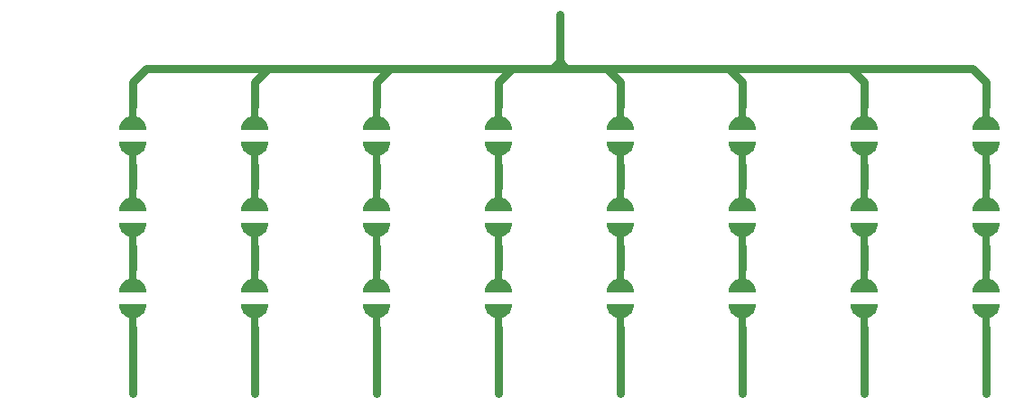
<source format=gbr>
G04 EAGLE Gerber RS-274X export*
G75*
%MOMM*%
%FSLAX34Y34*%
%LPD*%
%INCopper Layer 4*%
%IPPOS*%
%AMOC8*
5,1,8,0,0,1.08239X$1,22.5*%
G01*
%ADD10C,0.000241*%
%ADD11R,0.800000X2.150000*%
%ADD12C,0.799997*%

G36*
X1015393Y500683D02*
X1015393Y500683D01*
X1015487Y500694D01*
X1015503Y500702D01*
X1015521Y500705D01*
X1015602Y500754D01*
X1015687Y500797D01*
X1015699Y500810D01*
X1015714Y500820D01*
X1015774Y500893D01*
X1015837Y500963D01*
X1015844Y500980D01*
X1015855Y500994D01*
X1015886Y501084D01*
X1015921Y501171D01*
X1015922Y501191D01*
X1015927Y501206D01*
X1015926Y501256D01*
X1015932Y501359D01*
X1015727Y503564D01*
X1015715Y503608D01*
X1015706Y503679D01*
X1015100Y505808D01*
X1015079Y505850D01*
X1015057Y505918D01*
X1014070Y507900D01*
X1014043Y507937D01*
X1014023Y507973D01*
X1014020Y507981D01*
X1014017Y507984D01*
X1014009Y507999D01*
X1012674Y509767D01*
X1012640Y509798D01*
X1012595Y509853D01*
X1010959Y511345D01*
X1010920Y511370D01*
X1010866Y511415D01*
X1008983Y512581D01*
X1008940Y512598D01*
X1008878Y512633D01*
X1006813Y513433D01*
X1006768Y513442D01*
X1006701Y513465D01*
X1004524Y513872D01*
X1004477Y513873D01*
X1004407Y513883D01*
X1002193Y513883D01*
X1002147Y513875D01*
X1002076Y513872D01*
X999900Y513465D01*
X999856Y513449D01*
X999787Y513433D01*
X997722Y512633D01*
X997682Y512609D01*
X997617Y512581D01*
X995735Y511415D01*
X995700Y511384D01*
X995641Y511345D01*
X994005Y509853D01*
X993976Y509816D01*
X993926Y509767D01*
X992591Y507999D01*
X992573Y507963D01*
X992561Y507949D01*
X992559Y507941D01*
X992530Y507900D01*
X991543Y505918D01*
X991530Y505873D01*
X991500Y505808D01*
X990894Y503679D01*
X990890Y503632D01*
X990873Y503564D01*
X990668Y501359D01*
X990677Y501264D01*
X990679Y501169D01*
X990686Y501153D01*
X990688Y501135D01*
X990728Y501049D01*
X990764Y500962D01*
X990776Y500948D01*
X990783Y500932D01*
X990851Y500866D01*
X990915Y500796D01*
X990931Y500788D01*
X990944Y500775D01*
X991030Y500737D01*
X991115Y500693D01*
X991134Y500691D01*
X991149Y500684D01*
X991199Y500681D01*
X991300Y500666D01*
X1015300Y500666D01*
X1015393Y500683D01*
G37*
G36*
X901093Y500683D02*
X901093Y500683D01*
X901187Y500694D01*
X901203Y500702D01*
X901221Y500705D01*
X901302Y500754D01*
X901387Y500797D01*
X901399Y500810D01*
X901414Y500820D01*
X901474Y500893D01*
X901537Y500963D01*
X901544Y500980D01*
X901555Y500994D01*
X901586Y501084D01*
X901621Y501171D01*
X901622Y501191D01*
X901627Y501206D01*
X901626Y501256D01*
X901632Y501359D01*
X901427Y503564D01*
X901415Y503608D01*
X901406Y503679D01*
X900800Y505808D01*
X900779Y505850D01*
X900757Y505918D01*
X899770Y507900D01*
X899743Y507937D01*
X899723Y507973D01*
X899720Y507981D01*
X899717Y507984D01*
X899709Y507999D01*
X898374Y509767D01*
X898340Y509798D01*
X898295Y509853D01*
X896659Y511345D01*
X896620Y511370D01*
X896566Y511415D01*
X894683Y512581D01*
X894640Y512598D01*
X894578Y512633D01*
X892513Y513433D01*
X892468Y513442D01*
X892401Y513465D01*
X890224Y513872D01*
X890177Y513873D01*
X890107Y513883D01*
X887893Y513883D01*
X887847Y513875D01*
X887776Y513872D01*
X885600Y513465D01*
X885556Y513449D01*
X885487Y513433D01*
X883422Y512633D01*
X883382Y512609D01*
X883317Y512581D01*
X881435Y511415D01*
X881400Y511384D01*
X881341Y511345D01*
X879705Y509853D01*
X879676Y509816D01*
X879626Y509767D01*
X878291Y507999D01*
X878273Y507963D01*
X878261Y507949D01*
X878259Y507941D01*
X878230Y507900D01*
X877243Y505918D01*
X877230Y505873D01*
X877200Y505808D01*
X876594Y503679D01*
X876590Y503632D01*
X876573Y503564D01*
X876368Y501359D01*
X876377Y501264D01*
X876379Y501169D01*
X876386Y501153D01*
X876388Y501135D01*
X876428Y501049D01*
X876464Y500962D01*
X876476Y500948D01*
X876483Y500932D01*
X876551Y500866D01*
X876615Y500796D01*
X876631Y500788D01*
X876644Y500775D01*
X876730Y500737D01*
X876815Y500693D01*
X876834Y500691D01*
X876849Y500684D01*
X876899Y500681D01*
X877000Y500666D01*
X901000Y500666D01*
X901093Y500683D01*
G37*
G36*
X786793Y500683D02*
X786793Y500683D01*
X786887Y500694D01*
X786903Y500702D01*
X786921Y500705D01*
X787002Y500754D01*
X787087Y500797D01*
X787099Y500810D01*
X787114Y500820D01*
X787174Y500893D01*
X787237Y500963D01*
X787244Y500980D01*
X787255Y500994D01*
X787286Y501084D01*
X787321Y501171D01*
X787322Y501191D01*
X787327Y501206D01*
X787326Y501256D01*
X787332Y501359D01*
X787127Y503564D01*
X787115Y503608D01*
X787106Y503679D01*
X786500Y505808D01*
X786479Y505850D01*
X786457Y505918D01*
X785470Y507900D01*
X785443Y507937D01*
X785423Y507973D01*
X785420Y507981D01*
X785417Y507984D01*
X785409Y507999D01*
X784074Y509767D01*
X784040Y509798D01*
X783995Y509853D01*
X782359Y511345D01*
X782320Y511370D01*
X782266Y511415D01*
X780383Y512581D01*
X780340Y512598D01*
X780278Y512633D01*
X778213Y513433D01*
X778168Y513442D01*
X778101Y513465D01*
X775924Y513872D01*
X775877Y513873D01*
X775807Y513883D01*
X773593Y513883D01*
X773547Y513875D01*
X773476Y513872D01*
X771300Y513465D01*
X771256Y513449D01*
X771187Y513433D01*
X769122Y512633D01*
X769082Y512609D01*
X769017Y512581D01*
X767135Y511415D01*
X767100Y511384D01*
X767041Y511345D01*
X765405Y509853D01*
X765376Y509816D01*
X765326Y509767D01*
X763991Y507999D01*
X763973Y507963D01*
X763961Y507949D01*
X763959Y507941D01*
X763930Y507900D01*
X762943Y505918D01*
X762930Y505873D01*
X762900Y505808D01*
X762294Y503679D01*
X762290Y503632D01*
X762273Y503564D01*
X762068Y501359D01*
X762077Y501264D01*
X762079Y501169D01*
X762086Y501153D01*
X762088Y501135D01*
X762128Y501049D01*
X762164Y500962D01*
X762176Y500948D01*
X762183Y500932D01*
X762251Y500866D01*
X762315Y500796D01*
X762331Y500788D01*
X762344Y500775D01*
X762430Y500737D01*
X762515Y500693D01*
X762534Y500691D01*
X762549Y500684D01*
X762599Y500681D01*
X762700Y500666D01*
X786700Y500666D01*
X786793Y500683D01*
G37*
G36*
X672493Y500683D02*
X672493Y500683D01*
X672587Y500694D01*
X672603Y500702D01*
X672621Y500705D01*
X672702Y500754D01*
X672787Y500797D01*
X672799Y500810D01*
X672814Y500820D01*
X672874Y500893D01*
X672937Y500963D01*
X672944Y500980D01*
X672955Y500994D01*
X672986Y501084D01*
X673021Y501171D01*
X673022Y501191D01*
X673027Y501206D01*
X673026Y501256D01*
X673032Y501359D01*
X672827Y503564D01*
X672815Y503608D01*
X672806Y503679D01*
X672200Y505808D01*
X672179Y505850D01*
X672157Y505918D01*
X671170Y507900D01*
X671143Y507937D01*
X671123Y507973D01*
X671120Y507981D01*
X671117Y507984D01*
X671109Y507999D01*
X669774Y509767D01*
X669740Y509798D01*
X669695Y509853D01*
X668059Y511345D01*
X668019Y511370D01*
X667965Y511415D01*
X666083Y512581D01*
X666040Y512598D01*
X665978Y512633D01*
X663913Y513433D01*
X663867Y513442D01*
X663800Y513465D01*
X661624Y513872D01*
X661577Y513873D01*
X661507Y513883D01*
X659293Y513883D01*
X659247Y513875D01*
X659176Y513872D01*
X656999Y513465D01*
X656956Y513449D01*
X656887Y513433D01*
X654822Y512633D01*
X654782Y512609D01*
X654717Y512581D01*
X652834Y511415D01*
X652800Y511384D01*
X652741Y511345D01*
X651105Y509853D01*
X651076Y509816D01*
X651026Y509767D01*
X649691Y507999D01*
X649673Y507963D01*
X649661Y507949D01*
X649659Y507941D01*
X649630Y507900D01*
X648643Y505918D01*
X648630Y505873D01*
X648600Y505808D01*
X647994Y503679D01*
X647990Y503632D01*
X647973Y503564D01*
X647768Y501359D01*
X647777Y501264D01*
X647779Y501169D01*
X647786Y501153D01*
X647788Y501135D01*
X647828Y501049D01*
X647864Y500962D01*
X647876Y500948D01*
X647883Y500932D01*
X647951Y500866D01*
X648015Y500796D01*
X648031Y500788D01*
X648044Y500775D01*
X648130Y500737D01*
X648215Y500693D01*
X648234Y500691D01*
X648249Y500684D01*
X648299Y500681D01*
X648400Y500666D01*
X672400Y500666D01*
X672493Y500683D01*
G37*
G36*
X558193Y500683D02*
X558193Y500683D01*
X558287Y500694D01*
X558303Y500702D01*
X558321Y500705D01*
X558402Y500754D01*
X558487Y500797D01*
X558499Y500810D01*
X558514Y500820D01*
X558574Y500893D01*
X558637Y500963D01*
X558644Y500980D01*
X558655Y500994D01*
X558686Y501084D01*
X558721Y501171D01*
X558722Y501191D01*
X558727Y501206D01*
X558726Y501256D01*
X558732Y501359D01*
X558527Y503564D01*
X558515Y503608D01*
X558506Y503679D01*
X557900Y505808D01*
X557879Y505850D01*
X557857Y505918D01*
X556870Y507900D01*
X556843Y507937D01*
X556823Y507973D01*
X556820Y507981D01*
X556817Y507984D01*
X556809Y507999D01*
X555474Y509767D01*
X555440Y509798D01*
X555395Y509853D01*
X553759Y511345D01*
X553720Y511370D01*
X553666Y511415D01*
X551783Y512581D01*
X551740Y512598D01*
X551678Y512633D01*
X549613Y513433D01*
X549568Y513442D01*
X549501Y513465D01*
X547324Y513872D01*
X547277Y513873D01*
X547207Y513883D01*
X544993Y513883D01*
X544947Y513875D01*
X544876Y513872D01*
X542700Y513465D01*
X542656Y513449D01*
X542587Y513433D01*
X540522Y512633D01*
X540482Y512609D01*
X540417Y512581D01*
X538535Y511415D01*
X538500Y511384D01*
X538441Y511345D01*
X536805Y509853D01*
X536776Y509816D01*
X536726Y509767D01*
X535391Y507999D01*
X535373Y507963D01*
X535361Y507949D01*
X535359Y507941D01*
X535330Y507900D01*
X534343Y505918D01*
X534330Y505873D01*
X534300Y505808D01*
X533694Y503679D01*
X533690Y503632D01*
X533673Y503564D01*
X533468Y501359D01*
X533477Y501264D01*
X533479Y501169D01*
X533486Y501153D01*
X533488Y501135D01*
X533528Y501049D01*
X533564Y500962D01*
X533576Y500948D01*
X533583Y500932D01*
X533651Y500866D01*
X533715Y500796D01*
X533731Y500788D01*
X533744Y500775D01*
X533830Y500737D01*
X533915Y500693D01*
X533934Y500691D01*
X533949Y500684D01*
X533999Y500681D01*
X534100Y500666D01*
X558100Y500666D01*
X558193Y500683D01*
G37*
G36*
X443893Y500683D02*
X443893Y500683D01*
X443987Y500694D01*
X444003Y500702D01*
X444021Y500705D01*
X444102Y500754D01*
X444187Y500797D01*
X444199Y500810D01*
X444214Y500820D01*
X444274Y500893D01*
X444337Y500963D01*
X444344Y500980D01*
X444355Y500994D01*
X444386Y501084D01*
X444421Y501171D01*
X444422Y501191D01*
X444427Y501206D01*
X444426Y501256D01*
X444432Y501359D01*
X444227Y503564D01*
X444215Y503608D01*
X444206Y503679D01*
X443600Y505808D01*
X443579Y505850D01*
X443557Y505918D01*
X442570Y507900D01*
X442543Y507937D01*
X442523Y507973D01*
X442520Y507981D01*
X442517Y507984D01*
X442509Y507999D01*
X441174Y509767D01*
X441140Y509798D01*
X441095Y509853D01*
X439459Y511345D01*
X439420Y511370D01*
X439366Y511415D01*
X437483Y512581D01*
X437440Y512598D01*
X437378Y512633D01*
X435313Y513433D01*
X435268Y513442D01*
X435201Y513465D01*
X433024Y513872D01*
X432977Y513873D01*
X432907Y513883D01*
X430693Y513883D01*
X430647Y513875D01*
X430576Y513872D01*
X428400Y513465D01*
X428356Y513449D01*
X428287Y513433D01*
X426222Y512633D01*
X426182Y512609D01*
X426117Y512581D01*
X424235Y511415D01*
X424200Y511384D01*
X424141Y511345D01*
X422505Y509853D01*
X422476Y509816D01*
X422426Y509767D01*
X421091Y507999D01*
X421073Y507963D01*
X421061Y507949D01*
X421059Y507941D01*
X421030Y507900D01*
X420043Y505918D01*
X420030Y505873D01*
X420000Y505808D01*
X419394Y503679D01*
X419390Y503632D01*
X419373Y503564D01*
X419168Y501359D01*
X419177Y501264D01*
X419179Y501169D01*
X419186Y501153D01*
X419188Y501135D01*
X419228Y501049D01*
X419264Y500962D01*
X419276Y500948D01*
X419283Y500932D01*
X419351Y500866D01*
X419415Y500796D01*
X419431Y500788D01*
X419444Y500775D01*
X419530Y500737D01*
X419615Y500693D01*
X419634Y500691D01*
X419649Y500684D01*
X419699Y500681D01*
X419800Y500666D01*
X443800Y500666D01*
X443893Y500683D01*
G37*
G36*
X329593Y500683D02*
X329593Y500683D01*
X329687Y500694D01*
X329703Y500702D01*
X329721Y500705D01*
X329802Y500754D01*
X329887Y500797D01*
X329899Y500810D01*
X329914Y500820D01*
X329974Y500893D01*
X330037Y500963D01*
X330044Y500980D01*
X330055Y500994D01*
X330086Y501084D01*
X330121Y501171D01*
X330122Y501191D01*
X330127Y501206D01*
X330126Y501256D01*
X330132Y501359D01*
X329927Y503564D01*
X329915Y503608D01*
X329906Y503679D01*
X329300Y505808D01*
X329279Y505850D01*
X329257Y505918D01*
X328270Y507900D01*
X328243Y507937D01*
X328223Y507973D01*
X328220Y507981D01*
X328217Y507984D01*
X328209Y507999D01*
X326874Y509767D01*
X326840Y509798D01*
X326795Y509853D01*
X325159Y511345D01*
X325120Y511370D01*
X325066Y511415D01*
X323183Y512581D01*
X323140Y512598D01*
X323078Y512633D01*
X321013Y513433D01*
X320968Y513442D01*
X320901Y513465D01*
X318724Y513872D01*
X318677Y513873D01*
X318607Y513883D01*
X316393Y513883D01*
X316347Y513875D01*
X316276Y513872D01*
X314100Y513465D01*
X314056Y513449D01*
X313987Y513433D01*
X311922Y512633D01*
X311882Y512609D01*
X311817Y512581D01*
X309935Y511415D01*
X309900Y511384D01*
X309841Y511345D01*
X308205Y509853D01*
X308176Y509816D01*
X308126Y509767D01*
X306791Y507999D01*
X306773Y507963D01*
X306761Y507949D01*
X306759Y507941D01*
X306730Y507900D01*
X305743Y505918D01*
X305730Y505873D01*
X305700Y505808D01*
X305094Y503679D01*
X305090Y503632D01*
X305073Y503564D01*
X304868Y501359D01*
X304877Y501264D01*
X304879Y501169D01*
X304886Y501153D01*
X304888Y501135D01*
X304928Y501049D01*
X304964Y500962D01*
X304976Y500948D01*
X304983Y500932D01*
X305051Y500866D01*
X305115Y500796D01*
X305131Y500788D01*
X305144Y500775D01*
X305230Y500737D01*
X305315Y500693D01*
X305334Y500691D01*
X305349Y500684D01*
X305399Y500681D01*
X305500Y500666D01*
X329500Y500666D01*
X329593Y500683D01*
G37*
G36*
X215293Y500683D02*
X215293Y500683D01*
X215387Y500694D01*
X215403Y500702D01*
X215421Y500705D01*
X215502Y500754D01*
X215587Y500797D01*
X215599Y500810D01*
X215614Y500820D01*
X215674Y500893D01*
X215737Y500963D01*
X215744Y500980D01*
X215755Y500994D01*
X215786Y501084D01*
X215821Y501171D01*
X215822Y501191D01*
X215827Y501206D01*
X215826Y501256D01*
X215832Y501359D01*
X215627Y503564D01*
X215615Y503608D01*
X215606Y503679D01*
X215000Y505808D01*
X214979Y505850D01*
X214957Y505918D01*
X213970Y507900D01*
X213943Y507937D01*
X213923Y507973D01*
X213920Y507981D01*
X213917Y507984D01*
X213909Y507999D01*
X212574Y509767D01*
X212540Y509798D01*
X212495Y509853D01*
X210859Y511345D01*
X210820Y511370D01*
X210766Y511415D01*
X208883Y512581D01*
X208840Y512598D01*
X208778Y512633D01*
X206713Y513433D01*
X206668Y513442D01*
X206601Y513465D01*
X204424Y513872D01*
X204377Y513873D01*
X204307Y513883D01*
X202093Y513883D01*
X202047Y513875D01*
X201976Y513872D01*
X199800Y513465D01*
X199756Y513449D01*
X199687Y513433D01*
X197622Y512633D01*
X197582Y512609D01*
X197517Y512581D01*
X195635Y511415D01*
X195600Y511384D01*
X195541Y511345D01*
X193905Y509853D01*
X193876Y509816D01*
X193826Y509767D01*
X192491Y507999D01*
X192473Y507963D01*
X192461Y507949D01*
X192459Y507941D01*
X192430Y507900D01*
X191443Y505918D01*
X191430Y505873D01*
X191400Y505808D01*
X190794Y503679D01*
X190790Y503632D01*
X190773Y503564D01*
X190568Y501359D01*
X190577Y501264D01*
X190579Y501169D01*
X190586Y501153D01*
X190588Y501135D01*
X190628Y501049D01*
X190664Y500962D01*
X190676Y500948D01*
X190683Y500932D01*
X190751Y500866D01*
X190815Y500796D01*
X190831Y500788D01*
X190844Y500775D01*
X190930Y500737D01*
X191015Y500693D01*
X191034Y500691D01*
X191049Y500684D01*
X191099Y500681D01*
X191200Y500666D01*
X215200Y500666D01*
X215293Y500683D01*
G37*
G36*
X901093Y348283D02*
X901093Y348283D01*
X901187Y348294D01*
X901203Y348302D01*
X901221Y348305D01*
X901302Y348354D01*
X901387Y348397D01*
X901399Y348410D01*
X901414Y348420D01*
X901474Y348493D01*
X901537Y348563D01*
X901544Y348580D01*
X901555Y348594D01*
X901586Y348684D01*
X901621Y348771D01*
X901622Y348791D01*
X901627Y348806D01*
X901626Y348856D01*
X901632Y348959D01*
X901427Y351164D01*
X901415Y351208D01*
X901406Y351279D01*
X900800Y353408D01*
X900779Y353450D01*
X900757Y353518D01*
X899770Y355500D01*
X899743Y355537D01*
X899723Y355573D01*
X899720Y355581D01*
X899717Y355584D01*
X899709Y355599D01*
X898374Y357367D01*
X898340Y357398D01*
X898295Y357453D01*
X896659Y358945D01*
X896620Y358970D01*
X896566Y359015D01*
X894683Y360181D01*
X894640Y360198D01*
X894578Y360233D01*
X892513Y361033D01*
X892468Y361042D01*
X892401Y361065D01*
X890224Y361472D01*
X890177Y361473D01*
X890107Y361483D01*
X887893Y361483D01*
X887847Y361475D01*
X887776Y361472D01*
X885600Y361065D01*
X885556Y361049D01*
X885487Y361033D01*
X883422Y360233D01*
X883382Y360209D01*
X883317Y360181D01*
X881435Y359015D01*
X881400Y358984D01*
X881341Y358945D01*
X879705Y357453D01*
X879676Y357416D01*
X879626Y357367D01*
X878291Y355599D01*
X878273Y355563D01*
X878261Y355549D01*
X878259Y355541D01*
X878230Y355500D01*
X877243Y353518D01*
X877230Y353473D01*
X877200Y353408D01*
X876594Y351279D01*
X876590Y351232D01*
X876573Y351164D01*
X876368Y348959D01*
X876377Y348864D01*
X876379Y348769D01*
X876386Y348753D01*
X876388Y348735D01*
X876428Y348649D01*
X876464Y348562D01*
X876476Y348548D01*
X876483Y348532D01*
X876551Y348466D01*
X876615Y348396D01*
X876631Y348388D01*
X876644Y348375D01*
X876730Y348337D01*
X876815Y348293D01*
X876834Y348291D01*
X876849Y348284D01*
X876899Y348281D01*
X877000Y348266D01*
X901000Y348266D01*
X901093Y348283D01*
G37*
G36*
X215293Y348283D02*
X215293Y348283D01*
X215387Y348294D01*
X215403Y348302D01*
X215421Y348305D01*
X215502Y348354D01*
X215587Y348397D01*
X215599Y348410D01*
X215614Y348420D01*
X215674Y348493D01*
X215737Y348563D01*
X215744Y348580D01*
X215755Y348594D01*
X215786Y348684D01*
X215821Y348771D01*
X215822Y348791D01*
X215827Y348806D01*
X215826Y348856D01*
X215832Y348959D01*
X215627Y351164D01*
X215615Y351208D01*
X215606Y351279D01*
X215000Y353408D01*
X214979Y353450D01*
X214957Y353518D01*
X213970Y355500D01*
X213943Y355537D01*
X213923Y355573D01*
X213920Y355581D01*
X213917Y355584D01*
X213909Y355599D01*
X212574Y357367D01*
X212540Y357398D01*
X212495Y357453D01*
X210859Y358945D01*
X210820Y358970D01*
X210766Y359015D01*
X208883Y360181D01*
X208840Y360198D01*
X208778Y360233D01*
X206713Y361033D01*
X206668Y361042D01*
X206601Y361065D01*
X204424Y361472D01*
X204377Y361473D01*
X204307Y361483D01*
X202093Y361483D01*
X202047Y361475D01*
X201976Y361472D01*
X199800Y361065D01*
X199756Y361049D01*
X199687Y361033D01*
X197622Y360233D01*
X197582Y360209D01*
X197517Y360181D01*
X195635Y359015D01*
X195600Y358984D01*
X195541Y358945D01*
X193905Y357453D01*
X193876Y357416D01*
X193826Y357367D01*
X192491Y355599D01*
X192473Y355563D01*
X192461Y355549D01*
X192459Y355541D01*
X192430Y355500D01*
X191443Y353518D01*
X191430Y353473D01*
X191400Y353408D01*
X190794Y351279D01*
X190790Y351232D01*
X190773Y351164D01*
X190568Y348959D01*
X190577Y348864D01*
X190579Y348769D01*
X190586Y348753D01*
X190588Y348735D01*
X190628Y348649D01*
X190664Y348562D01*
X190676Y348548D01*
X190683Y348532D01*
X190751Y348466D01*
X190815Y348396D01*
X190831Y348388D01*
X190844Y348375D01*
X190930Y348337D01*
X191015Y348293D01*
X191034Y348291D01*
X191049Y348284D01*
X191099Y348281D01*
X191200Y348266D01*
X215200Y348266D01*
X215293Y348283D01*
G37*
G36*
X329593Y348283D02*
X329593Y348283D01*
X329687Y348294D01*
X329703Y348302D01*
X329721Y348305D01*
X329802Y348354D01*
X329887Y348397D01*
X329899Y348410D01*
X329914Y348420D01*
X329974Y348493D01*
X330037Y348563D01*
X330044Y348580D01*
X330055Y348594D01*
X330086Y348684D01*
X330121Y348771D01*
X330122Y348791D01*
X330127Y348806D01*
X330126Y348856D01*
X330132Y348959D01*
X329927Y351164D01*
X329915Y351208D01*
X329906Y351279D01*
X329300Y353408D01*
X329279Y353450D01*
X329257Y353518D01*
X328270Y355500D01*
X328243Y355537D01*
X328223Y355573D01*
X328220Y355581D01*
X328217Y355584D01*
X328209Y355599D01*
X326874Y357367D01*
X326840Y357398D01*
X326795Y357453D01*
X325159Y358945D01*
X325120Y358970D01*
X325066Y359015D01*
X323183Y360181D01*
X323140Y360198D01*
X323078Y360233D01*
X321013Y361033D01*
X320968Y361042D01*
X320901Y361065D01*
X318724Y361472D01*
X318677Y361473D01*
X318607Y361483D01*
X316393Y361483D01*
X316347Y361475D01*
X316276Y361472D01*
X314100Y361065D01*
X314056Y361049D01*
X313987Y361033D01*
X311922Y360233D01*
X311882Y360209D01*
X311817Y360181D01*
X309935Y359015D01*
X309900Y358984D01*
X309841Y358945D01*
X308205Y357453D01*
X308176Y357416D01*
X308126Y357367D01*
X306791Y355599D01*
X306773Y355563D01*
X306761Y355549D01*
X306759Y355541D01*
X306730Y355500D01*
X305743Y353518D01*
X305730Y353473D01*
X305700Y353408D01*
X305094Y351279D01*
X305090Y351232D01*
X305073Y351164D01*
X304868Y348959D01*
X304877Y348864D01*
X304879Y348769D01*
X304886Y348753D01*
X304888Y348735D01*
X304928Y348649D01*
X304964Y348562D01*
X304976Y348548D01*
X304983Y348532D01*
X305051Y348466D01*
X305115Y348396D01*
X305131Y348388D01*
X305144Y348375D01*
X305230Y348337D01*
X305315Y348293D01*
X305334Y348291D01*
X305349Y348284D01*
X305399Y348281D01*
X305500Y348266D01*
X329500Y348266D01*
X329593Y348283D01*
G37*
G36*
X443893Y348283D02*
X443893Y348283D01*
X443987Y348294D01*
X444003Y348302D01*
X444021Y348305D01*
X444102Y348354D01*
X444187Y348397D01*
X444199Y348410D01*
X444214Y348420D01*
X444274Y348493D01*
X444337Y348563D01*
X444344Y348580D01*
X444355Y348594D01*
X444386Y348684D01*
X444421Y348771D01*
X444422Y348791D01*
X444427Y348806D01*
X444426Y348856D01*
X444432Y348959D01*
X444227Y351164D01*
X444215Y351208D01*
X444206Y351279D01*
X443600Y353408D01*
X443579Y353450D01*
X443557Y353518D01*
X442570Y355500D01*
X442543Y355537D01*
X442523Y355573D01*
X442520Y355581D01*
X442517Y355584D01*
X442509Y355599D01*
X441174Y357367D01*
X441140Y357398D01*
X441095Y357453D01*
X439459Y358945D01*
X439420Y358970D01*
X439366Y359015D01*
X437483Y360181D01*
X437440Y360198D01*
X437378Y360233D01*
X435313Y361033D01*
X435268Y361042D01*
X435201Y361065D01*
X433024Y361472D01*
X432977Y361473D01*
X432907Y361483D01*
X430693Y361483D01*
X430647Y361475D01*
X430576Y361472D01*
X428400Y361065D01*
X428356Y361049D01*
X428287Y361033D01*
X426222Y360233D01*
X426182Y360209D01*
X426117Y360181D01*
X424235Y359015D01*
X424200Y358984D01*
X424141Y358945D01*
X422505Y357453D01*
X422476Y357416D01*
X422426Y357367D01*
X421091Y355599D01*
X421073Y355563D01*
X421061Y355549D01*
X421059Y355541D01*
X421030Y355500D01*
X420043Y353518D01*
X420030Y353473D01*
X420000Y353408D01*
X419394Y351279D01*
X419390Y351232D01*
X419373Y351164D01*
X419168Y348959D01*
X419177Y348864D01*
X419179Y348769D01*
X419186Y348753D01*
X419188Y348735D01*
X419228Y348649D01*
X419264Y348562D01*
X419276Y348548D01*
X419283Y348532D01*
X419351Y348466D01*
X419415Y348396D01*
X419431Y348388D01*
X419444Y348375D01*
X419530Y348337D01*
X419615Y348293D01*
X419634Y348291D01*
X419649Y348284D01*
X419699Y348281D01*
X419800Y348266D01*
X443800Y348266D01*
X443893Y348283D01*
G37*
G36*
X558193Y348283D02*
X558193Y348283D01*
X558287Y348294D01*
X558303Y348302D01*
X558321Y348305D01*
X558402Y348354D01*
X558487Y348397D01*
X558499Y348410D01*
X558514Y348420D01*
X558574Y348493D01*
X558637Y348563D01*
X558644Y348580D01*
X558655Y348594D01*
X558686Y348684D01*
X558721Y348771D01*
X558722Y348791D01*
X558727Y348806D01*
X558726Y348856D01*
X558732Y348959D01*
X558527Y351164D01*
X558515Y351208D01*
X558506Y351279D01*
X557900Y353408D01*
X557879Y353450D01*
X557857Y353518D01*
X556870Y355500D01*
X556843Y355537D01*
X556823Y355573D01*
X556820Y355581D01*
X556817Y355584D01*
X556809Y355599D01*
X555474Y357367D01*
X555440Y357398D01*
X555395Y357453D01*
X553759Y358945D01*
X553720Y358970D01*
X553666Y359015D01*
X551783Y360181D01*
X551740Y360198D01*
X551678Y360233D01*
X549613Y361033D01*
X549568Y361042D01*
X549501Y361065D01*
X547324Y361472D01*
X547277Y361473D01*
X547207Y361483D01*
X544993Y361483D01*
X544947Y361475D01*
X544876Y361472D01*
X542700Y361065D01*
X542656Y361049D01*
X542587Y361033D01*
X540522Y360233D01*
X540482Y360209D01*
X540417Y360181D01*
X538535Y359015D01*
X538500Y358984D01*
X538441Y358945D01*
X536805Y357453D01*
X536776Y357416D01*
X536726Y357367D01*
X535391Y355599D01*
X535373Y355563D01*
X535361Y355549D01*
X535359Y355541D01*
X535330Y355500D01*
X534343Y353518D01*
X534330Y353473D01*
X534300Y353408D01*
X533694Y351279D01*
X533690Y351232D01*
X533673Y351164D01*
X533468Y348959D01*
X533477Y348864D01*
X533479Y348769D01*
X533486Y348753D01*
X533488Y348735D01*
X533528Y348649D01*
X533564Y348562D01*
X533576Y348548D01*
X533583Y348532D01*
X533651Y348466D01*
X533715Y348396D01*
X533731Y348388D01*
X533744Y348375D01*
X533830Y348337D01*
X533915Y348293D01*
X533934Y348291D01*
X533949Y348284D01*
X533999Y348281D01*
X534100Y348266D01*
X558100Y348266D01*
X558193Y348283D01*
G37*
G36*
X672493Y348283D02*
X672493Y348283D01*
X672587Y348294D01*
X672603Y348302D01*
X672621Y348305D01*
X672702Y348354D01*
X672787Y348397D01*
X672799Y348410D01*
X672814Y348420D01*
X672874Y348493D01*
X672937Y348563D01*
X672944Y348580D01*
X672955Y348594D01*
X672986Y348684D01*
X673021Y348771D01*
X673022Y348791D01*
X673027Y348806D01*
X673026Y348856D01*
X673032Y348959D01*
X672827Y351164D01*
X672815Y351208D01*
X672806Y351279D01*
X672200Y353408D01*
X672179Y353450D01*
X672157Y353518D01*
X671170Y355500D01*
X671143Y355537D01*
X671123Y355573D01*
X671120Y355581D01*
X671117Y355584D01*
X671109Y355599D01*
X669774Y357367D01*
X669740Y357398D01*
X669695Y357453D01*
X668059Y358945D01*
X668020Y358970D01*
X667966Y359015D01*
X666083Y360181D01*
X666040Y360198D01*
X665978Y360233D01*
X663913Y361033D01*
X663868Y361042D01*
X663801Y361065D01*
X661624Y361472D01*
X661577Y361473D01*
X661507Y361483D01*
X659293Y361483D01*
X659247Y361475D01*
X659176Y361472D01*
X657000Y361065D01*
X656956Y361049D01*
X656887Y361033D01*
X654822Y360233D01*
X654782Y360209D01*
X654717Y360181D01*
X652835Y359015D01*
X652800Y358984D01*
X652741Y358945D01*
X651105Y357453D01*
X651076Y357416D01*
X651026Y357367D01*
X649691Y355599D01*
X649673Y355563D01*
X649661Y355549D01*
X649659Y355541D01*
X649630Y355500D01*
X648643Y353518D01*
X648630Y353473D01*
X648600Y353408D01*
X647994Y351279D01*
X647990Y351232D01*
X647973Y351164D01*
X647768Y348959D01*
X647777Y348864D01*
X647779Y348769D01*
X647786Y348753D01*
X647788Y348735D01*
X647828Y348649D01*
X647864Y348562D01*
X647876Y348548D01*
X647883Y348532D01*
X647951Y348466D01*
X648015Y348396D01*
X648031Y348388D01*
X648044Y348375D01*
X648130Y348337D01*
X648215Y348293D01*
X648234Y348291D01*
X648249Y348284D01*
X648299Y348281D01*
X648400Y348266D01*
X672400Y348266D01*
X672493Y348283D01*
G37*
G36*
X786793Y348283D02*
X786793Y348283D01*
X786887Y348294D01*
X786903Y348302D01*
X786921Y348305D01*
X787002Y348354D01*
X787087Y348397D01*
X787099Y348410D01*
X787114Y348420D01*
X787174Y348493D01*
X787237Y348563D01*
X787244Y348580D01*
X787255Y348594D01*
X787286Y348684D01*
X787321Y348771D01*
X787322Y348791D01*
X787327Y348806D01*
X787326Y348856D01*
X787332Y348959D01*
X787127Y351164D01*
X787115Y351208D01*
X787106Y351279D01*
X786500Y353408D01*
X786479Y353450D01*
X786457Y353518D01*
X785470Y355500D01*
X785443Y355537D01*
X785423Y355573D01*
X785420Y355581D01*
X785417Y355584D01*
X785409Y355599D01*
X784074Y357367D01*
X784040Y357398D01*
X783995Y357453D01*
X782359Y358945D01*
X782320Y358970D01*
X782266Y359015D01*
X780383Y360181D01*
X780340Y360198D01*
X780278Y360233D01*
X778213Y361033D01*
X778168Y361042D01*
X778101Y361065D01*
X775924Y361472D01*
X775877Y361473D01*
X775807Y361483D01*
X773593Y361483D01*
X773547Y361475D01*
X773476Y361472D01*
X771300Y361065D01*
X771256Y361049D01*
X771187Y361033D01*
X769122Y360233D01*
X769082Y360209D01*
X769017Y360181D01*
X767135Y359015D01*
X767100Y358984D01*
X767041Y358945D01*
X765405Y357453D01*
X765376Y357416D01*
X765326Y357367D01*
X763991Y355599D01*
X763973Y355563D01*
X763961Y355549D01*
X763959Y355541D01*
X763930Y355500D01*
X762943Y353518D01*
X762930Y353473D01*
X762900Y353408D01*
X762294Y351279D01*
X762290Y351232D01*
X762273Y351164D01*
X762068Y348959D01*
X762077Y348864D01*
X762079Y348769D01*
X762086Y348753D01*
X762088Y348735D01*
X762128Y348649D01*
X762164Y348562D01*
X762176Y348548D01*
X762183Y348532D01*
X762251Y348466D01*
X762315Y348396D01*
X762331Y348388D01*
X762344Y348375D01*
X762430Y348337D01*
X762515Y348293D01*
X762534Y348291D01*
X762549Y348284D01*
X762599Y348281D01*
X762700Y348266D01*
X786700Y348266D01*
X786793Y348283D01*
G37*
G36*
X1015393Y348283D02*
X1015393Y348283D01*
X1015487Y348294D01*
X1015503Y348302D01*
X1015521Y348305D01*
X1015602Y348354D01*
X1015687Y348397D01*
X1015699Y348410D01*
X1015714Y348420D01*
X1015774Y348493D01*
X1015837Y348563D01*
X1015844Y348580D01*
X1015855Y348594D01*
X1015886Y348684D01*
X1015921Y348771D01*
X1015922Y348791D01*
X1015927Y348806D01*
X1015926Y348856D01*
X1015932Y348959D01*
X1015727Y351164D01*
X1015715Y351208D01*
X1015706Y351279D01*
X1015100Y353408D01*
X1015079Y353450D01*
X1015057Y353518D01*
X1014070Y355500D01*
X1014043Y355537D01*
X1014023Y355573D01*
X1014020Y355581D01*
X1014017Y355584D01*
X1014009Y355599D01*
X1012674Y357367D01*
X1012640Y357398D01*
X1012595Y357453D01*
X1010959Y358945D01*
X1010920Y358970D01*
X1010866Y359015D01*
X1008983Y360181D01*
X1008940Y360198D01*
X1008878Y360233D01*
X1006813Y361033D01*
X1006768Y361042D01*
X1006701Y361065D01*
X1004524Y361472D01*
X1004477Y361473D01*
X1004407Y361483D01*
X1002193Y361483D01*
X1002147Y361475D01*
X1002076Y361472D01*
X999900Y361065D01*
X999856Y361049D01*
X999787Y361033D01*
X997722Y360233D01*
X997682Y360209D01*
X997617Y360181D01*
X995735Y359015D01*
X995700Y358984D01*
X995641Y358945D01*
X994005Y357453D01*
X993976Y357416D01*
X993926Y357367D01*
X992591Y355599D01*
X992573Y355563D01*
X992561Y355549D01*
X992559Y355541D01*
X992530Y355500D01*
X991543Y353518D01*
X991530Y353473D01*
X991500Y353408D01*
X990894Y351279D01*
X990890Y351232D01*
X990873Y351164D01*
X990668Y348959D01*
X990677Y348864D01*
X990679Y348769D01*
X990686Y348753D01*
X990688Y348735D01*
X990728Y348649D01*
X990764Y348562D01*
X990776Y348548D01*
X990783Y348532D01*
X990851Y348466D01*
X990915Y348396D01*
X990931Y348388D01*
X990944Y348375D01*
X991030Y348337D01*
X991115Y348293D01*
X991134Y348291D01*
X991149Y348284D01*
X991199Y348281D01*
X991300Y348266D01*
X1015300Y348266D01*
X1015393Y348283D01*
G37*
G36*
X1015393Y424483D02*
X1015393Y424483D01*
X1015487Y424494D01*
X1015503Y424502D01*
X1015521Y424505D01*
X1015602Y424554D01*
X1015687Y424597D01*
X1015699Y424610D01*
X1015714Y424620D01*
X1015774Y424693D01*
X1015837Y424763D01*
X1015844Y424780D01*
X1015855Y424794D01*
X1015886Y424884D01*
X1015921Y424971D01*
X1015922Y424991D01*
X1015927Y425006D01*
X1015926Y425056D01*
X1015932Y425159D01*
X1015727Y427364D01*
X1015715Y427408D01*
X1015706Y427479D01*
X1015100Y429608D01*
X1015079Y429650D01*
X1015057Y429718D01*
X1014070Y431700D01*
X1014043Y431737D01*
X1014023Y431773D01*
X1014020Y431781D01*
X1014017Y431784D01*
X1014009Y431799D01*
X1012674Y433567D01*
X1012640Y433598D01*
X1012595Y433653D01*
X1010959Y435145D01*
X1010920Y435170D01*
X1010866Y435215D01*
X1008983Y436381D01*
X1008940Y436398D01*
X1008878Y436433D01*
X1006813Y437233D01*
X1006768Y437242D01*
X1006701Y437265D01*
X1004524Y437672D01*
X1004477Y437673D01*
X1004407Y437683D01*
X1002193Y437683D01*
X1002147Y437675D01*
X1002076Y437672D01*
X999900Y437265D01*
X999856Y437249D01*
X999787Y437233D01*
X997722Y436433D01*
X997682Y436409D01*
X997617Y436381D01*
X995735Y435215D01*
X995700Y435184D01*
X995641Y435145D01*
X994005Y433653D01*
X993976Y433616D01*
X993926Y433567D01*
X992591Y431799D01*
X992573Y431763D01*
X992561Y431749D01*
X992559Y431741D01*
X992530Y431700D01*
X991543Y429718D01*
X991530Y429673D01*
X991500Y429608D01*
X990894Y427479D01*
X990890Y427432D01*
X990873Y427364D01*
X990668Y425159D01*
X990677Y425064D01*
X990679Y424969D01*
X990686Y424953D01*
X990688Y424935D01*
X990728Y424849D01*
X990764Y424762D01*
X990776Y424748D01*
X990783Y424732D01*
X990851Y424666D01*
X990915Y424596D01*
X990931Y424588D01*
X990944Y424575D01*
X991030Y424537D01*
X991115Y424493D01*
X991134Y424491D01*
X991149Y424484D01*
X991199Y424481D01*
X991300Y424466D01*
X1015300Y424466D01*
X1015393Y424483D01*
G37*
G36*
X901093Y424483D02*
X901093Y424483D01*
X901187Y424494D01*
X901203Y424502D01*
X901221Y424505D01*
X901302Y424554D01*
X901387Y424597D01*
X901399Y424610D01*
X901414Y424620D01*
X901474Y424693D01*
X901537Y424763D01*
X901544Y424780D01*
X901555Y424794D01*
X901586Y424884D01*
X901621Y424971D01*
X901622Y424991D01*
X901627Y425006D01*
X901626Y425056D01*
X901632Y425159D01*
X901427Y427364D01*
X901415Y427408D01*
X901406Y427479D01*
X900800Y429608D01*
X900779Y429650D01*
X900757Y429718D01*
X899770Y431700D01*
X899743Y431737D01*
X899723Y431773D01*
X899720Y431781D01*
X899717Y431784D01*
X899709Y431799D01*
X898374Y433567D01*
X898340Y433598D01*
X898295Y433653D01*
X896659Y435145D01*
X896620Y435170D01*
X896566Y435215D01*
X894683Y436381D01*
X894640Y436398D01*
X894578Y436433D01*
X892513Y437233D01*
X892468Y437242D01*
X892401Y437265D01*
X890224Y437672D01*
X890177Y437673D01*
X890107Y437683D01*
X887893Y437683D01*
X887847Y437675D01*
X887776Y437672D01*
X885600Y437265D01*
X885556Y437249D01*
X885487Y437233D01*
X883422Y436433D01*
X883382Y436409D01*
X883317Y436381D01*
X881435Y435215D01*
X881400Y435184D01*
X881341Y435145D01*
X879705Y433653D01*
X879676Y433616D01*
X879626Y433567D01*
X878291Y431799D01*
X878273Y431763D01*
X878261Y431749D01*
X878259Y431741D01*
X878230Y431700D01*
X877243Y429718D01*
X877230Y429673D01*
X877200Y429608D01*
X876594Y427479D01*
X876590Y427432D01*
X876573Y427364D01*
X876368Y425159D01*
X876377Y425064D01*
X876379Y424969D01*
X876386Y424953D01*
X876388Y424935D01*
X876428Y424849D01*
X876464Y424762D01*
X876476Y424748D01*
X876483Y424732D01*
X876551Y424666D01*
X876615Y424596D01*
X876631Y424588D01*
X876644Y424575D01*
X876730Y424537D01*
X876815Y424493D01*
X876834Y424491D01*
X876849Y424484D01*
X876899Y424481D01*
X877000Y424466D01*
X901000Y424466D01*
X901093Y424483D01*
G37*
G36*
X786793Y424483D02*
X786793Y424483D01*
X786887Y424494D01*
X786903Y424502D01*
X786921Y424505D01*
X787002Y424554D01*
X787087Y424597D01*
X787099Y424610D01*
X787114Y424620D01*
X787174Y424693D01*
X787237Y424763D01*
X787244Y424780D01*
X787255Y424794D01*
X787286Y424884D01*
X787321Y424971D01*
X787322Y424991D01*
X787327Y425006D01*
X787326Y425056D01*
X787332Y425159D01*
X787127Y427364D01*
X787115Y427408D01*
X787106Y427479D01*
X786500Y429608D01*
X786479Y429650D01*
X786457Y429718D01*
X785470Y431700D01*
X785443Y431737D01*
X785423Y431773D01*
X785420Y431781D01*
X785417Y431784D01*
X785409Y431799D01*
X784074Y433567D01*
X784040Y433598D01*
X783995Y433653D01*
X782359Y435145D01*
X782320Y435170D01*
X782266Y435215D01*
X780383Y436381D01*
X780340Y436398D01*
X780278Y436433D01*
X778213Y437233D01*
X778168Y437242D01*
X778101Y437265D01*
X775924Y437672D01*
X775877Y437673D01*
X775807Y437683D01*
X773593Y437683D01*
X773547Y437675D01*
X773476Y437672D01*
X771300Y437265D01*
X771256Y437249D01*
X771187Y437233D01*
X769122Y436433D01*
X769082Y436409D01*
X769017Y436381D01*
X767135Y435215D01*
X767100Y435184D01*
X767041Y435145D01*
X765405Y433653D01*
X765376Y433616D01*
X765326Y433567D01*
X763991Y431799D01*
X763973Y431763D01*
X763961Y431749D01*
X763959Y431741D01*
X763930Y431700D01*
X762943Y429718D01*
X762930Y429673D01*
X762900Y429608D01*
X762294Y427479D01*
X762290Y427432D01*
X762273Y427364D01*
X762068Y425159D01*
X762077Y425064D01*
X762079Y424969D01*
X762086Y424953D01*
X762088Y424935D01*
X762128Y424849D01*
X762164Y424762D01*
X762176Y424748D01*
X762183Y424732D01*
X762251Y424666D01*
X762315Y424596D01*
X762331Y424588D01*
X762344Y424575D01*
X762430Y424537D01*
X762515Y424493D01*
X762534Y424491D01*
X762549Y424484D01*
X762599Y424481D01*
X762700Y424466D01*
X786700Y424466D01*
X786793Y424483D01*
G37*
G36*
X672493Y424483D02*
X672493Y424483D01*
X672587Y424494D01*
X672603Y424502D01*
X672621Y424505D01*
X672702Y424554D01*
X672787Y424597D01*
X672799Y424610D01*
X672814Y424620D01*
X672874Y424693D01*
X672937Y424763D01*
X672944Y424780D01*
X672955Y424794D01*
X672986Y424884D01*
X673021Y424971D01*
X673022Y424991D01*
X673027Y425006D01*
X673026Y425056D01*
X673032Y425159D01*
X672827Y427364D01*
X672815Y427408D01*
X672806Y427479D01*
X672200Y429608D01*
X672179Y429650D01*
X672157Y429718D01*
X671170Y431700D01*
X671143Y431737D01*
X671123Y431773D01*
X671120Y431781D01*
X671117Y431784D01*
X671109Y431799D01*
X669774Y433567D01*
X669740Y433598D01*
X669695Y433653D01*
X668059Y435145D01*
X668020Y435170D01*
X667966Y435215D01*
X666083Y436381D01*
X666040Y436398D01*
X665978Y436433D01*
X663913Y437233D01*
X663868Y437242D01*
X663801Y437265D01*
X661624Y437672D01*
X661577Y437673D01*
X661507Y437683D01*
X659293Y437683D01*
X659247Y437675D01*
X659176Y437672D01*
X657000Y437265D01*
X656956Y437249D01*
X656887Y437233D01*
X654822Y436433D01*
X654782Y436409D01*
X654717Y436381D01*
X652835Y435215D01*
X652800Y435184D01*
X652741Y435145D01*
X651105Y433653D01*
X651076Y433616D01*
X651026Y433567D01*
X649691Y431799D01*
X649673Y431763D01*
X649661Y431749D01*
X649659Y431741D01*
X649630Y431700D01*
X648643Y429718D01*
X648630Y429673D01*
X648600Y429608D01*
X647994Y427479D01*
X647990Y427432D01*
X647973Y427364D01*
X647768Y425159D01*
X647777Y425064D01*
X647779Y424969D01*
X647786Y424953D01*
X647788Y424935D01*
X647828Y424849D01*
X647864Y424762D01*
X647876Y424748D01*
X647883Y424732D01*
X647951Y424666D01*
X648015Y424596D01*
X648031Y424588D01*
X648044Y424575D01*
X648130Y424537D01*
X648215Y424493D01*
X648234Y424491D01*
X648249Y424484D01*
X648299Y424481D01*
X648400Y424466D01*
X672400Y424466D01*
X672493Y424483D01*
G37*
G36*
X558193Y424483D02*
X558193Y424483D01*
X558287Y424494D01*
X558303Y424502D01*
X558321Y424505D01*
X558402Y424554D01*
X558487Y424597D01*
X558499Y424610D01*
X558514Y424620D01*
X558574Y424693D01*
X558637Y424763D01*
X558644Y424780D01*
X558655Y424794D01*
X558686Y424884D01*
X558721Y424971D01*
X558722Y424991D01*
X558727Y425006D01*
X558726Y425056D01*
X558732Y425159D01*
X558527Y427364D01*
X558515Y427408D01*
X558506Y427479D01*
X557900Y429608D01*
X557879Y429650D01*
X557857Y429718D01*
X556870Y431700D01*
X556843Y431737D01*
X556823Y431773D01*
X556820Y431781D01*
X556817Y431784D01*
X556809Y431799D01*
X555474Y433567D01*
X555440Y433598D01*
X555395Y433653D01*
X553759Y435145D01*
X553720Y435170D01*
X553666Y435215D01*
X551783Y436381D01*
X551740Y436398D01*
X551678Y436433D01*
X549613Y437233D01*
X549568Y437242D01*
X549501Y437265D01*
X547324Y437672D01*
X547277Y437673D01*
X547207Y437683D01*
X544993Y437683D01*
X544947Y437675D01*
X544876Y437672D01*
X542700Y437265D01*
X542656Y437249D01*
X542587Y437233D01*
X540522Y436433D01*
X540482Y436409D01*
X540417Y436381D01*
X538535Y435215D01*
X538500Y435184D01*
X538441Y435145D01*
X536805Y433653D01*
X536776Y433616D01*
X536726Y433567D01*
X535391Y431799D01*
X535373Y431763D01*
X535361Y431749D01*
X535359Y431741D01*
X535330Y431700D01*
X534343Y429718D01*
X534330Y429673D01*
X534300Y429608D01*
X533694Y427479D01*
X533690Y427432D01*
X533673Y427364D01*
X533468Y425159D01*
X533477Y425064D01*
X533479Y424969D01*
X533486Y424953D01*
X533488Y424935D01*
X533528Y424849D01*
X533564Y424762D01*
X533576Y424748D01*
X533583Y424732D01*
X533651Y424666D01*
X533715Y424596D01*
X533731Y424588D01*
X533744Y424575D01*
X533830Y424537D01*
X533915Y424493D01*
X533934Y424491D01*
X533949Y424484D01*
X533999Y424481D01*
X534100Y424466D01*
X558100Y424466D01*
X558193Y424483D01*
G37*
G36*
X443893Y424483D02*
X443893Y424483D01*
X443987Y424494D01*
X444003Y424502D01*
X444021Y424505D01*
X444102Y424554D01*
X444187Y424597D01*
X444199Y424610D01*
X444214Y424620D01*
X444274Y424693D01*
X444337Y424763D01*
X444344Y424780D01*
X444355Y424794D01*
X444386Y424884D01*
X444421Y424971D01*
X444422Y424991D01*
X444427Y425006D01*
X444426Y425056D01*
X444432Y425159D01*
X444227Y427364D01*
X444215Y427408D01*
X444206Y427479D01*
X443600Y429608D01*
X443579Y429650D01*
X443557Y429718D01*
X442570Y431700D01*
X442543Y431737D01*
X442523Y431773D01*
X442520Y431781D01*
X442517Y431784D01*
X442509Y431799D01*
X441174Y433567D01*
X441140Y433598D01*
X441095Y433653D01*
X439459Y435145D01*
X439420Y435170D01*
X439366Y435215D01*
X437483Y436381D01*
X437440Y436398D01*
X437378Y436433D01*
X435313Y437233D01*
X435268Y437242D01*
X435201Y437265D01*
X433024Y437672D01*
X432977Y437673D01*
X432907Y437683D01*
X430693Y437683D01*
X430647Y437675D01*
X430576Y437672D01*
X428400Y437265D01*
X428356Y437249D01*
X428287Y437233D01*
X426222Y436433D01*
X426182Y436409D01*
X426117Y436381D01*
X424235Y435215D01*
X424200Y435184D01*
X424141Y435145D01*
X422505Y433653D01*
X422476Y433616D01*
X422426Y433567D01*
X421091Y431799D01*
X421073Y431763D01*
X421061Y431749D01*
X421059Y431741D01*
X421030Y431700D01*
X420043Y429718D01*
X420030Y429673D01*
X420000Y429608D01*
X419394Y427479D01*
X419390Y427432D01*
X419373Y427364D01*
X419168Y425159D01*
X419177Y425064D01*
X419179Y424969D01*
X419186Y424953D01*
X419188Y424935D01*
X419228Y424849D01*
X419264Y424762D01*
X419276Y424748D01*
X419283Y424732D01*
X419351Y424666D01*
X419415Y424596D01*
X419431Y424588D01*
X419444Y424575D01*
X419530Y424537D01*
X419615Y424493D01*
X419634Y424491D01*
X419649Y424484D01*
X419699Y424481D01*
X419800Y424466D01*
X443800Y424466D01*
X443893Y424483D01*
G37*
G36*
X329593Y424483D02*
X329593Y424483D01*
X329687Y424494D01*
X329703Y424502D01*
X329721Y424505D01*
X329802Y424554D01*
X329887Y424597D01*
X329899Y424610D01*
X329914Y424620D01*
X329974Y424693D01*
X330037Y424763D01*
X330044Y424780D01*
X330055Y424794D01*
X330086Y424884D01*
X330121Y424971D01*
X330122Y424991D01*
X330127Y425006D01*
X330126Y425056D01*
X330132Y425159D01*
X329927Y427364D01*
X329915Y427408D01*
X329906Y427479D01*
X329300Y429608D01*
X329279Y429650D01*
X329257Y429718D01*
X328270Y431700D01*
X328243Y431737D01*
X328223Y431773D01*
X328220Y431781D01*
X328217Y431784D01*
X328209Y431799D01*
X326874Y433567D01*
X326840Y433598D01*
X326795Y433653D01*
X325159Y435145D01*
X325120Y435170D01*
X325066Y435215D01*
X323183Y436381D01*
X323140Y436398D01*
X323078Y436433D01*
X321013Y437233D01*
X320968Y437242D01*
X320901Y437265D01*
X318724Y437672D01*
X318677Y437673D01*
X318607Y437683D01*
X316393Y437683D01*
X316347Y437675D01*
X316276Y437672D01*
X314100Y437265D01*
X314056Y437249D01*
X313987Y437233D01*
X311922Y436433D01*
X311882Y436409D01*
X311817Y436381D01*
X309935Y435215D01*
X309900Y435184D01*
X309841Y435145D01*
X308205Y433653D01*
X308176Y433616D01*
X308126Y433567D01*
X306791Y431799D01*
X306773Y431763D01*
X306761Y431749D01*
X306759Y431741D01*
X306730Y431700D01*
X305743Y429718D01*
X305730Y429673D01*
X305700Y429608D01*
X305094Y427479D01*
X305090Y427432D01*
X305073Y427364D01*
X304868Y425159D01*
X304877Y425064D01*
X304879Y424969D01*
X304886Y424953D01*
X304888Y424935D01*
X304928Y424849D01*
X304964Y424762D01*
X304976Y424748D01*
X304983Y424732D01*
X305051Y424666D01*
X305115Y424596D01*
X305131Y424588D01*
X305144Y424575D01*
X305230Y424537D01*
X305315Y424493D01*
X305334Y424491D01*
X305349Y424484D01*
X305399Y424481D01*
X305500Y424466D01*
X329500Y424466D01*
X329593Y424483D01*
G37*
G36*
X215293Y424483D02*
X215293Y424483D01*
X215387Y424494D01*
X215403Y424502D01*
X215421Y424505D01*
X215502Y424554D01*
X215587Y424597D01*
X215599Y424610D01*
X215614Y424620D01*
X215674Y424693D01*
X215737Y424763D01*
X215744Y424780D01*
X215755Y424794D01*
X215786Y424884D01*
X215821Y424971D01*
X215822Y424991D01*
X215827Y425006D01*
X215826Y425056D01*
X215832Y425159D01*
X215627Y427364D01*
X215615Y427408D01*
X215606Y427479D01*
X215000Y429608D01*
X214979Y429650D01*
X214957Y429718D01*
X213970Y431700D01*
X213943Y431737D01*
X213923Y431773D01*
X213920Y431781D01*
X213917Y431784D01*
X213909Y431799D01*
X212574Y433567D01*
X212540Y433598D01*
X212495Y433653D01*
X210859Y435145D01*
X210820Y435170D01*
X210766Y435215D01*
X208883Y436381D01*
X208840Y436398D01*
X208778Y436433D01*
X206713Y437233D01*
X206668Y437242D01*
X206601Y437265D01*
X204424Y437672D01*
X204377Y437673D01*
X204307Y437683D01*
X202093Y437683D01*
X202047Y437675D01*
X201976Y437672D01*
X199800Y437265D01*
X199756Y437249D01*
X199687Y437233D01*
X197622Y436433D01*
X197582Y436409D01*
X197517Y436381D01*
X195635Y435215D01*
X195600Y435184D01*
X195541Y435145D01*
X193905Y433653D01*
X193876Y433616D01*
X193826Y433567D01*
X192491Y431799D01*
X192473Y431763D01*
X192461Y431749D01*
X192459Y431741D01*
X192430Y431700D01*
X191443Y429718D01*
X191430Y429673D01*
X191400Y429608D01*
X190794Y427479D01*
X190790Y427432D01*
X190773Y427364D01*
X190568Y425159D01*
X190577Y425064D01*
X190579Y424969D01*
X190586Y424953D01*
X190588Y424935D01*
X190628Y424849D01*
X190664Y424762D01*
X190676Y424748D01*
X190683Y424732D01*
X190751Y424666D01*
X190815Y424596D01*
X190831Y424588D01*
X190844Y424575D01*
X190930Y424537D01*
X191015Y424493D01*
X191034Y424491D01*
X191049Y424484D01*
X191099Y424481D01*
X191200Y424466D01*
X215200Y424466D01*
X215293Y424483D01*
G37*
G36*
X890153Y400525D02*
X890153Y400525D01*
X890224Y400528D01*
X892401Y400935D01*
X892444Y400951D01*
X892513Y400967D01*
X894578Y401767D01*
X894618Y401791D01*
X894683Y401819D01*
X896566Y402985D01*
X896600Y403016D01*
X896659Y403055D01*
X898295Y404547D01*
X898324Y404584D01*
X898374Y404633D01*
X899709Y406401D01*
X899730Y406442D01*
X899770Y406500D01*
X900757Y408482D01*
X900770Y408527D01*
X900800Y408592D01*
X901406Y410721D01*
X901410Y410768D01*
X901427Y410836D01*
X901632Y413041D01*
X901623Y413136D01*
X901621Y413231D01*
X901614Y413247D01*
X901612Y413265D01*
X901572Y413351D01*
X901536Y413438D01*
X901524Y413452D01*
X901517Y413468D01*
X901449Y413534D01*
X901385Y413604D01*
X901369Y413612D01*
X901356Y413625D01*
X901270Y413663D01*
X901185Y413707D01*
X901166Y413710D01*
X901151Y413716D01*
X901101Y413719D01*
X901000Y413734D01*
X877000Y413734D01*
X876907Y413717D01*
X876813Y413706D01*
X876797Y413698D01*
X876779Y413695D01*
X876698Y413646D01*
X876613Y413603D01*
X876601Y413590D01*
X876586Y413580D01*
X876526Y413507D01*
X876463Y413437D01*
X876456Y413420D01*
X876445Y413406D01*
X876414Y413316D01*
X876379Y413229D01*
X876378Y413209D01*
X876373Y413194D01*
X876374Y413144D01*
X876368Y413041D01*
X876573Y410836D01*
X876585Y410792D01*
X876594Y410721D01*
X877200Y408592D01*
X877221Y408550D01*
X877243Y408482D01*
X878230Y406500D01*
X878257Y406463D01*
X878291Y406401D01*
X879626Y404633D01*
X879660Y404602D01*
X879705Y404547D01*
X881341Y403055D01*
X881381Y403030D01*
X881435Y402985D01*
X883317Y401819D01*
X883360Y401802D01*
X883422Y401767D01*
X885487Y400967D01*
X885533Y400958D01*
X885600Y400935D01*
X887776Y400528D01*
X887823Y400527D01*
X887893Y400517D01*
X890107Y400517D01*
X890153Y400525D01*
G37*
G36*
X432953Y400525D02*
X432953Y400525D01*
X433024Y400528D01*
X435201Y400935D01*
X435244Y400951D01*
X435313Y400967D01*
X437378Y401767D01*
X437418Y401791D01*
X437483Y401819D01*
X439366Y402985D01*
X439400Y403016D01*
X439459Y403055D01*
X441095Y404547D01*
X441124Y404584D01*
X441174Y404633D01*
X442509Y406401D01*
X442530Y406442D01*
X442570Y406500D01*
X443557Y408482D01*
X443570Y408527D01*
X443600Y408592D01*
X444206Y410721D01*
X444210Y410768D01*
X444227Y410836D01*
X444432Y413041D01*
X444423Y413136D01*
X444421Y413231D01*
X444414Y413247D01*
X444412Y413265D01*
X444372Y413351D01*
X444336Y413438D01*
X444324Y413452D01*
X444317Y413468D01*
X444249Y413534D01*
X444185Y413604D01*
X444169Y413612D01*
X444156Y413625D01*
X444070Y413663D01*
X443985Y413707D01*
X443966Y413710D01*
X443951Y413716D01*
X443901Y413719D01*
X443800Y413734D01*
X419800Y413734D01*
X419707Y413717D01*
X419613Y413706D01*
X419597Y413698D01*
X419579Y413695D01*
X419498Y413646D01*
X419413Y413603D01*
X419401Y413590D01*
X419386Y413580D01*
X419326Y413507D01*
X419263Y413437D01*
X419256Y413420D01*
X419245Y413406D01*
X419214Y413316D01*
X419179Y413229D01*
X419178Y413209D01*
X419173Y413194D01*
X419174Y413144D01*
X419168Y413041D01*
X419373Y410836D01*
X419385Y410792D01*
X419394Y410721D01*
X420000Y408592D01*
X420021Y408550D01*
X420043Y408482D01*
X421030Y406500D01*
X421057Y406463D01*
X421091Y406401D01*
X422426Y404633D01*
X422460Y404602D01*
X422505Y404547D01*
X424141Y403055D01*
X424181Y403030D01*
X424235Y402985D01*
X426117Y401819D01*
X426160Y401802D01*
X426222Y401767D01*
X428287Y400967D01*
X428333Y400958D01*
X428400Y400935D01*
X430576Y400528D01*
X430623Y400527D01*
X430693Y400517D01*
X432907Y400517D01*
X432953Y400525D01*
G37*
G36*
X547253Y400525D02*
X547253Y400525D01*
X547324Y400528D01*
X549501Y400935D01*
X549544Y400951D01*
X549613Y400967D01*
X551678Y401767D01*
X551718Y401791D01*
X551783Y401819D01*
X553666Y402985D01*
X553700Y403016D01*
X553759Y403055D01*
X555395Y404547D01*
X555424Y404584D01*
X555474Y404633D01*
X556809Y406401D01*
X556830Y406442D01*
X556870Y406500D01*
X557857Y408482D01*
X557870Y408527D01*
X557900Y408592D01*
X558506Y410721D01*
X558510Y410768D01*
X558527Y410836D01*
X558732Y413041D01*
X558723Y413136D01*
X558721Y413231D01*
X558714Y413247D01*
X558712Y413265D01*
X558672Y413351D01*
X558636Y413438D01*
X558624Y413452D01*
X558617Y413468D01*
X558549Y413534D01*
X558485Y413604D01*
X558469Y413612D01*
X558456Y413625D01*
X558370Y413663D01*
X558285Y413707D01*
X558266Y413710D01*
X558251Y413716D01*
X558201Y413719D01*
X558100Y413734D01*
X534100Y413734D01*
X534007Y413717D01*
X533913Y413706D01*
X533897Y413698D01*
X533879Y413695D01*
X533798Y413646D01*
X533713Y413603D01*
X533701Y413590D01*
X533686Y413580D01*
X533626Y413507D01*
X533563Y413437D01*
X533556Y413420D01*
X533545Y413406D01*
X533514Y413316D01*
X533479Y413229D01*
X533478Y413209D01*
X533473Y413194D01*
X533474Y413144D01*
X533468Y413041D01*
X533673Y410836D01*
X533685Y410792D01*
X533694Y410721D01*
X534300Y408592D01*
X534321Y408550D01*
X534343Y408482D01*
X535330Y406500D01*
X535357Y406463D01*
X535391Y406401D01*
X536726Y404633D01*
X536760Y404602D01*
X536805Y404547D01*
X538441Y403055D01*
X538481Y403030D01*
X538535Y402985D01*
X540417Y401819D01*
X540460Y401802D01*
X540522Y401767D01*
X542587Y400967D01*
X542633Y400958D01*
X542700Y400935D01*
X544876Y400528D01*
X544923Y400527D01*
X544993Y400517D01*
X547207Y400517D01*
X547253Y400525D01*
G37*
G36*
X775853Y400525D02*
X775853Y400525D01*
X775924Y400528D01*
X778101Y400935D01*
X778144Y400951D01*
X778213Y400967D01*
X780278Y401767D01*
X780318Y401791D01*
X780383Y401819D01*
X782266Y402985D01*
X782300Y403016D01*
X782359Y403055D01*
X783995Y404547D01*
X784024Y404584D01*
X784074Y404633D01*
X785409Y406401D01*
X785430Y406442D01*
X785470Y406500D01*
X786457Y408482D01*
X786470Y408527D01*
X786500Y408592D01*
X787106Y410721D01*
X787110Y410768D01*
X787127Y410836D01*
X787332Y413041D01*
X787323Y413136D01*
X787321Y413231D01*
X787314Y413247D01*
X787312Y413265D01*
X787272Y413351D01*
X787236Y413438D01*
X787224Y413452D01*
X787217Y413468D01*
X787149Y413534D01*
X787085Y413604D01*
X787069Y413612D01*
X787056Y413625D01*
X786970Y413663D01*
X786885Y413707D01*
X786866Y413710D01*
X786851Y413716D01*
X786801Y413719D01*
X786700Y413734D01*
X762700Y413734D01*
X762607Y413717D01*
X762513Y413706D01*
X762497Y413698D01*
X762479Y413695D01*
X762398Y413646D01*
X762313Y413603D01*
X762301Y413590D01*
X762286Y413580D01*
X762226Y413507D01*
X762163Y413437D01*
X762156Y413420D01*
X762145Y413406D01*
X762114Y413316D01*
X762079Y413229D01*
X762078Y413209D01*
X762073Y413194D01*
X762074Y413144D01*
X762068Y413041D01*
X762273Y410836D01*
X762285Y410792D01*
X762294Y410721D01*
X762900Y408592D01*
X762921Y408550D01*
X762943Y408482D01*
X763930Y406500D01*
X763957Y406463D01*
X763991Y406401D01*
X765326Y404633D01*
X765360Y404602D01*
X765405Y404547D01*
X767041Y403055D01*
X767081Y403030D01*
X767135Y402985D01*
X769017Y401819D01*
X769060Y401802D01*
X769122Y401767D01*
X771187Y400967D01*
X771233Y400958D01*
X771300Y400935D01*
X773476Y400528D01*
X773523Y400527D01*
X773593Y400517D01*
X775807Y400517D01*
X775853Y400525D01*
G37*
G36*
X204353Y400525D02*
X204353Y400525D01*
X204424Y400528D01*
X206601Y400935D01*
X206644Y400951D01*
X206713Y400967D01*
X208778Y401767D01*
X208818Y401791D01*
X208883Y401819D01*
X210766Y402985D01*
X210800Y403016D01*
X210859Y403055D01*
X212495Y404547D01*
X212524Y404584D01*
X212574Y404633D01*
X213909Y406401D01*
X213930Y406442D01*
X213970Y406500D01*
X214957Y408482D01*
X214970Y408527D01*
X215000Y408592D01*
X215606Y410721D01*
X215610Y410768D01*
X215627Y410836D01*
X215832Y413041D01*
X215823Y413136D01*
X215821Y413231D01*
X215814Y413247D01*
X215812Y413265D01*
X215772Y413351D01*
X215736Y413438D01*
X215724Y413452D01*
X215717Y413468D01*
X215649Y413534D01*
X215585Y413604D01*
X215569Y413612D01*
X215556Y413625D01*
X215470Y413663D01*
X215385Y413707D01*
X215366Y413710D01*
X215351Y413716D01*
X215301Y413719D01*
X215200Y413734D01*
X191200Y413734D01*
X191107Y413717D01*
X191013Y413706D01*
X190997Y413698D01*
X190979Y413695D01*
X190898Y413646D01*
X190813Y413603D01*
X190801Y413590D01*
X190786Y413580D01*
X190726Y413507D01*
X190663Y413437D01*
X190656Y413420D01*
X190645Y413406D01*
X190614Y413316D01*
X190579Y413229D01*
X190578Y413209D01*
X190573Y413194D01*
X190574Y413144D01*
X190568Y413041D01*
X190773Y410836D01*
X190785Y410792D01*
X190794Y410721D01*
X191400Y408592D01*
X191421Y408550D01*
X191443Y408482D01*
X192430Y406500D01*
X192457Y406463D01*
X192491Y406401D01*
X193826Y404633D01*
X193860Y404602D01*
X193905Y404547D01*
X195541Y403055D01*
X195581Y403030D01*
X195635Y402985D01*
X197517Y401819D01*
X197560Y401802D01*
X197622Y401767D01*
X199687Y400967D01*
X199733Y400958D01*
X199800Y400935D01*
X201976Y400528D01*
X202023Y400527D01*
X202093Y400517D01*
X204307Y400517D01*
X204353Y400525D01*
G37*
G36*
X661553Y400525D02*
X661553Y400525D01*
X661624Y400528D01*
X663801Y400935D01*
X663844Y400951D01*
X663913Y400967D01*
X665978Y401767D01*
X666018Y401791D01*
X666083Y401819D01*
X667966Y402985D01*
X668000Y403016D01*
X668059Y403055D01*
X669695Y404547D01*
X669724Y404584D01*
X669774Y404633D01*
X671109Y406401D01*
X671130Y406442D01*
X671170Y406500D01*
X672157Y408482D01*
X672170Y408527D01*
X672200Y408592D01*
X672806Y410721D01*
X672810Y410768D01*
X672827Y410836D01*
X673032Y413041D01*
X673023Y413136D01*
X673021Y413231D01*
X673014Y413247D01*
X673012Y413265D01*
X672972Y413351D01*
X672936Y413438D01*
X672924Y413452D01*
X672917Y413468D01*
X672849Y413534D01*
X672785Y413604D01*
X672769Y413612D01*
X672756Y413625D01*
X672670Y413663D01*
X672585Y413707D01*
X672566Y413710D01*
X672551Y413716D01*
X672501Y413719D01*
X672400Y413734D01*
X648400Y413734D01*
X648307Y413717D01*
X648213Y413706D01*
X648197Y413698D01*
X648179Y413695D01*
X648098Y413646D01*
X648013Y413603D01*
X648001Y413590D01*
X647986Y413580D01*
X647926Y413507D01*
X647863Y413437D01*
X647856Y413420D01*
X647845Y413406D01*
X647814Y413316D01*
X647779Y413229D01*
X647778Y413209D01*
X647773Y413194D01*
X647774Y413144D01*
X647768Y413041D01*
X647973Y410836D01*
X647985Y410792D01*
X647994Y410721D01*
X648600Y408592D01*
X648621Y408550D01*
X648643Y408482D01*
X649630Y406500D01*
X649657Y406463D01*
X649691Y406401D01*
X651026Y404633D01*
X651060Y404602D01*
X651105Y404547D01*
X652741Y403055D01*
X652781Y403030D01*
X652835Y402985D01*
X654717Y401819D01*
X654760Y401802D01*
X654822Y401767D01*
X656887Y400967D01*
X656933Y400958D01*
X657000Y400935D01*
X659176Y400528D01*
X659223Y400527D01*
X659293Y400517D01*
X661507Y400517D01*
X661553Y400525D01*
G37*
G36*
X1004453Y400525D02*
X1004453Y400525D01*
X1004524Y400528D01*
X1006701Y400935D01*
X1006744Y400951D01*
X1006813Y400967D01*
X1008878Y401767D01*
X1008918Y401791D01*
X1008983Y401819D01*
X1010866Y402985D01*
X1010900Y403016D01*
X1010959Y403055D01*
X1012595Y404547D01*
X1012624Y404584D01*
X1012674Y404633D01*
X1014009Y406401D01*
X1014030Y406442D01*
X1014070Y406500D01*
X1015057Y408482D01*
X1015070Y408527D01*
X1015100Y408592D01*
X1015706Y410721D01*
X1015710Y410768D01*
X1015727Y410836D01*
X1015932Y413041D01*
X1015923Y413136D01*
X1015921Y413231D01*
X1015914Y413247D01*
X1015912Y413265D01*
X1015872Y413351D01*
X1015836Y413438D01*
X1015824Y413452D01*
X1015817Y413468D01*
X1015749Y413534D01*
X1015685Y413604D01*
X1015669Y413612D01*
X1015656Y413625D01*
X1015570Y413663D01*
X1015485Y413707D01*
X1015466Y413710D01*
X1015451Y413716D01*
X1015401Y413719D01*
X1015300Y413734D01*
X991300Y413734D01*
X991207Y413717D01*
X991113Y413706D01*
X991097Y413698D01*
X991079Y413695D01*
X990998Y413646D01*
X990913Y413603D01*
X990901Y413590D01*
X990886Y413580D01*
X990826Y413507D01*
X990763Y413437D01*
X990756Y413420D01*
X990745Y413406D01*
X990714Y413316D01*
X990679Y413229D01*
X990678Y413209D01*
X990673Y413194D01*
X990674Y413144D01*
X990668Y413041D01*
X990873Y410836D01*
X990885Y410792D01*
X990894Y410721D01*
X991500Y408592D01*
X991521Y408550D01*
X991543Y408482D01*
X992530Y406500D01*
X992557Y406463D01*
X992591Y406401D01*
X993926Y404633D01*
X993960Y404602D01*
X994005Y404547D01*
X995641Y403055D01*
X995681Y403030D01*
X995735Y402985D01*
X997617Y401819D01*
X997660Y401802D01*
X997722Y401767D01*
X999787Y400967D01*
X999833Y400958D01*
X999900Y400935D01*
X1002076Y400528D01*
X1002123Y400527D01*
X1002193Y400517D01*
X1004407Y400517D01*
X1004453Y400525D01*
G37*
G36*
X318653Y400525D02*
X318653Y400525D01*
X318724Y400528D01*
X320901Y400935D01*
X320944Y400951D01*
X321013Y400967D01*
X323078Y401767D01*
X323118Y401791D01*
X323183Y401819D01*
X325066Y402985D01*
X325100Y403016D01*
X325159Y403055D01*
X326795Y404547D01*
X326824Y404584D01*
X326874Y404633D01*
X328209Y406401D01*
X328230Y406442D01*
X328270Y406500D01*
X329257Y408482D01*
X329270Y408527D01*
X329300Y408592D01*
X329906Y410721D01*
X329910Y410768D01*
X329927Y410836D01*
X330132Y413041D01*
X330123Y413136D01*
X330121Y413231D01*
X330114Y413247D01*
X330112Y413265D01*
X330072Y413351D01*
X330036Y413438D01*
X330024Y413452D01*
X330017Y413468D01*
X329949Y413534D01*
X329885Y413604D01*
X329869Y413612D01*
X329856Y413625D01*
X329770Y413663D01*
X329685Y413707D01*
X329666Y413710D01*
X329651Y413716D01*
X329601Y413719D01*
X329500Y413734D01*
X305500Y413734D01*
X305407Y413717D01*
X305313Y413706D01*
X305297Y413698D01*
X305279Y413695D01*
X305198Y413646D01*
X305113Y413603D01*
X305101Y413590D01*
X305086Y413580D01*
X305026Y413507D01*
X304963Y413437D01*
X304956Y413420D01*
X304945Y413406D01*
X304914Y413316D01*
X304879Y413229D01*
X304878Y413209D01*
X304873Y413194D01*
X304874Y413144D01*
X304868Y413041D01*
X305073Y410836D01*
X305085Y410792D01*
X305094Y410721D01*
X305700Y408592D01*
X305721Y408550D01*
X305743Y408482D01*
X306730Y406500D01*
X306757Y406463D01*
X306791Y406401D01*
X308126Y404633D01*
X308160Y404602D01*
X308205Y404547D01*
X309841Y403055D01*
X309881Y403030D01*
X309935Y402985D01*
X311817Y401819D01*
X311860Y401802D01*
X311922Y401767D01*
X313987Y400967D01*
X314033Y400958D01*
X314100Y400935D01*
X316276Y400528D01*
X316323Y400527D01*
X316393Y400517D01*
X318607Y400517D01*
X318653Y400525D01*
G37*
G36*
X775853Y476725D02*
X775853Y476725D01*
X775924Y476728D01*
X778101Y477135D01*
X778144Y477151D01*
X778213Y477167D01*
X780278Y477967D01*
X780318Y477991D01*
X780383Y478019D01*
X782266Y479185D01*
X782300Y479216D01*
X782359Y479255D01*
X783995Y480747D01*
X784024Y480784D01*
X784074Y480833D01*
X785409Y482601D01*
X785430Y482642D01*
X785470Y482700D01*
X786457Y484682D01*
X786470Y484727D01*
X786500Y484792D01*
X787106Y486921D01*
X787110Y486968D01*
X787127Y487036D01*
X787332Y489241D01*
X787323Y489336D01*
X787321Y489431D01*
X787314Y489447D01*
X787312Y489465D01*
X787272Y489551D01*
X787236Y489638D01*
X787224Y489652D01*
X787217Y489668D01*
X787149Y489734D01*
X787085Y489804D01*
X787069Y489812D01*
X787056Y489825D01*
X786970Y489863D01*
X786885Y489907D01*
X786866Y489910D01*
X786851Y489916D01*
X786801Y489919D01*
X786700Y489934D01*
X762700Y489934D01*
X762607Y489917D01*
X762513Y489906D01*
X762497Y489898D01*
X762479Y489895D01*
X762398Y489846D01*
X762313Y489803D01*
X762301Y489790D01*
X762286Y489780D01*
X762226Y489707D01*
X762163Y489637D01*
X762156Y489620D01*
X762145Y489606D01*
X762114Y489516D01*
X762079Y489429D01*
X762078Y489409D01*
X762073Y489394D01*
X762074Y489344D01*
X762068Y489241D01*
X762273Y487036D01*
X762285Y486992D01*
X762294Y486921D01*
X762900Y484792D01*
X762921Y484750D01*
X762943Y484682D01*
X763930Y482700D01*
X763957Y482663D01*
X763991Y482601D01*
X765326Y480833D01*
X765360Y480802D01*
X765405Y480747D01*
X767041Y479255D01*
X767081Y479230D01*
X767135Y479185D01*
X769017Y478019D01*
X769060Y478002D01*
X769122Y477967D01*
X771187Y477167D01*
X771233Y477158D01*
X771300Y477135D01*
X773476Y476728D01*
X773523Y476727D01*
X773593Y476717D01*
X775807Y476717D01*
X775853Y476725D01*
G37*
G36*
X204353Y476725D02*
X204353Y476725D01*
X204424Y476728D01*
X206601Y477135D01*
X206644Y477151D01*
X206713Y477167D01*
X208778Y477967D01*
X208818Y477991D01*
X208883Y478019D01*
X210766Y479185D01*
X210800Y479216D01*
X210859Y479255D01*
X212495Y480747D01*
X212524Y480784D01*
X212574Y480833D01*
X213909Y482601D01*
X213930Y482642D01*
X213970Y482700D01*
X214957Y484682D01*
X214970Y484727D01*
X215000Y484792D01*
X215606Y486921D01*
X215610Y486968D01*
X215627Y487036D01*
X215832Y489241D01*
X215823Y489336D01*
X215821Y489431D01*
X215814Y489447D01*
X215812Y489465D01*
X215772Y489551D01*
X215736Y489638D01*
X215724Y489652D01*
X215717Y489668D01*
X215649Y489734D01*
X215585Y489804D01*
X215569Y489812D01*
X215556Y489825D01*
X215470Y489863D01*
X215385Y489907D01*
X215366Y489910D01*
X215351Y489916D01*
X215301Y489919D01*
X215200Y489934D01*
X191200Y489934D01*
X191107Y489917D01*
X191013Y489906D01*
X190997Y489898D01*
X190979Y489895D01*
X190898Y489846D01*
X190813Y489803D01*
X190801Y489790D01*
X190786Y489780D01*
X190726Y489707D01*
X190663Y489637D01*
X190656Y489620D01*
X190645Y489606D01*
X190614Y489516D01*
X190579Y489429D01*
X190578Y489409D01*
X190573Y489394D01*
X190574Y489344D01*
X190568Y489241D01*
X190773Y487036D01*
X190785Y486992D01*
X190794Y486921D01*
X191400Y484792D01*
X191421Y484750D01*
X191443Y484682D01*
X192430Y482700D01*
X192457Y482663D01*
X192491Y482601D01*
X193826Y480833D01*
X193860Y480802D01*
X193905Y480747D01*
X195541Y479255D01*
X195581Y479230D01*
X195635Y479185D01*
X197517Y478019D01*
X197560Y478002D01*
X197622Y477967D01*
X199687Y477167D01*
X199733Y477158D01*
X199800Y477135D01*
X201976Y476728D01*
X202023Y476727D01*
X202093Y476717D01*
X204307Y476717D01*
X204353Y476725D01*
G37*
G36*
X890153Y476725D02*
X890153Y476725D01*
X890224Y476728D01*
X892401Y477135D01*
X892444Y477151D01*
X892513Y477167D01*
X894578Y477967D01*
X894618Y477991D01*
X894683Y478019D01*
X896566Y479185D01*
X896600Y479216D01*
X896659Y479255D01*
X898295Y480747D01*
X898324Y480784D01*
X898374Y480833D01*
X899709Y482601D01*
X899730Y482642D01*
X899770Y482700D01*
X900757Y484682D01*
X900770Y484727D01*
X900800Y484792D01*
X901406Y486921D01*
X901410Y486968D01*
X901427Y487036D01*
X901632Y489241D01*
X901623Y489336D01*
X901621Y489431D01*
X901614Y489447D01*
X901612Y489465D01*
X901572Y489551D01*
X901536Y489638D01*
X901524Y489652D01*
X901517Y489668D01*
X901449Y489734D01*
X901385Y489804D01*
X901369Y489812D01*
X901356Y489825D01*
X901270Y489863D01*
X901185Y489907D01*
X901166Y489910D01*
X901151Y489916D01*
X901101Y489919D01*
X901000Y489934D01*
X877000Y489934D01*
X876907Y489917D01*
X876813Y489906D01*
X876797Y489898D01*
X876779Y489895D01*
X876698Y489846D01*
X876613Y489803D01*
X876601Y489790D01*
X876586Y489780D01*
X876526Y489707D01*
X876463Y489637D01*
X876456Y489620D01*
X876445Y489606D01*
X876414Y489516D01*
X876379Y489429D01*
X876378Y489409D01*
X876373Y489394D01*
X876374Y489344D01*
X876368Y489241D01*
X876573Y487036D01*
X876585Y486992D01*
X876594Y486921D01*
X877200Y484792D01*
X877221Y484750D01*
X877243Y484682D01*
X878230Y482700D01*
X878257Y482663D01*
X878291Y482601D01*
X879626Y480833D01*
X879660Y480802D01*
X879705Y480747D01*
X881341Y479255D01*
X881381Y479230D01*
X881435Y479185D01*
X883317Y478019D01*
X883360Y478002D01*
X883422Y477967D01*
X885487Y477167D01*
X885533Y477158D01*
X885600Y477135D01*
X887776Y476728D01*
X887823Y476727D01*
X887893Y476717D01*
X890107Y476717D01*
X890153Y476725D01*
G37*
G36*
X318653Y476725D02*
X318653Y476725D01*
X318724Y476728D01*
X320901Y477135D01*
X320944Y477151D01*
X321013Y477167D01*
X323078Y477967D01*
X323118Y477991D01*
X323183Y478019D01*
X325066Y479185D01*
X325100Y479216D01*
X325159Y479255D01*
X326795Y480747D01*
X326824Y480784D01*
X326874Y480833D01*
X328209Y482601D01*
X328230Y482642D01*
X328270Y482700D01*
X329257Y484682D01*
X329270Y484727D01*
X329300Y484792D01*
X329906Y486921D01*
X329910Y486968D01*
X329927Y487036D01*
X330132Y489241D01*
X330123Y489336D01*
X330121Y489431D01*
X330114Y489447D01*
X330112Y489465D01*
X330072Y489551D01*
X330036Y489638D01*
X330024Y489652D01*
X330017Y489668D01*
X329949Y489734D01*
X329885Y489804D01*
X329869Y489812D01*
X329856Y489825D01*
X329770Y489863D01*
X329685Y489907D01*
X329666Y489910D01*
X329651Y489916D01*
X329601Y489919D01*
X329500Y489934D01*
X305500Y489934D01*
X305407Y489917D01*
X305313Y489906D01*
X305297Y489898D01*
X305279Y489895D01*
X305198Y489846D01*
X305113Y489803D01*
X305101Y489790D01*
X305086Y489780D01*
X305026Y489707D01*
X304963Y489637D01*
X304956Y489620D01*
X304945Y489606D01*
X304914Y489516D01*
X304879Y489429D01*
X304878Y489409D01*
X304873Y489394D01*
X304874Y489344D01*
X304868Y489241D01*
X305073Y487036D01*
X305085Y486992D01*
X305094Y486921D01*
X305700Y484792D01*
X305721Y484750D01*
X305743Y484682D01*
X306730Y482700D01*
X306757Y482663D01*
X306791Y482601D01*
X308126Y480833D01*
X308160Y480802D01*
X308205Y480747D01*
X309841Y479255D01*
X309881Y479230D01*
X309935Y479185D01*
X311817Y478019D01*
X311860Y478002D01*
X311922Y477967D01*
X313987Y477167D01*
X314033Y477158D01*
X314100Y477135D01*
X316276Y476728D01*
X316323Y476727D01*
X316393Y476717D01*
X318607Y476717D01*
X318653Y476725D01*
G37*
G36*
X1004453Y476725D02*
X1004453Y476725D01*
X1004524Y476728D01*
X1006701Y477135D01*
X1006744Y477151D01*
X1006813Y477167D01*
X1008878Y477967D01*
X1008918Y477991D01*
X1008983Y478019D01*
X1010866Y479185D01*
X1010900Y479216D01*
X1010959Y479255D01*
X1012595Y480747D01*
X1012624Y480784D01*
X1012674Y480833D01*
X1014009Y482601D01*
X1014030Y482642D01*
X1014070Y482700D01*
X1015057Y484682D01*
X1015070Y484727D01*
X1015100Y484792D01*
X1015706Y486921D01*
X1015710Y486968D01*
X1015727Y487036D01*
X1015932Y489241D01*
X1015923Y489336D01*
X1015921Y489431D01*
X1015914Y489447D01*
X1015912Y489465D01*
X1015872Y489551D01*
X1015836Y489638D01*
X1015824Y489652D01*
X1015817Y489668D01*
X1015749Y489734D01*
X1015685Y489804D01*
X1015669Y489812D01*
X1015656Y489825D01*
X1015570Y489863D01*
X1015485Y489907D01*
X1015466Y489910D01*
X1015451Y489916D01*
X1015401Y489919D01*
X1015300Y489934D01*
X991300Y489934D01*
X991207Y489917D01*
X991113Y489906D01*
X991097Y489898D01*
X991079Y489895D01*
X990998Y489846D01*
X990913Y489803D01*
X990901Y489790D01*
X990886Y489780D01*
X990826Y489707D01*
X990763Y489637D01*
X990756Y489620D01*
X990745Y489606D01*
X990714Y489516D01*
X990679Y489429D01*
X990678Y489409D01*
X990673Y489394D01*
X990674Y489344D01*
X990668Y489241D01*
X990873Y487036D01*
X990885Y486992D01*
X990894Y486921D01*
X991500Y484792D01*
X991521Y484750D01*
X991543Y484682D01*
X992530Y482700D01*
X992557Y482663D01*
X992591Y482601D01*
X993926Y480833D01*
X993960Y480802D01*
X994005Y480747D01*
X995641Y479255D01*
X995681Y479230D01*
X995735Y479185D01*
X997617Y478019D01*
X997660Y478002D01*
X997722Y477967D01*
X999787Y477167D01*
X999833Y477158D01*
X999900Y477135D01*
X1002076Y476728D01*
X1002123Y476727D01*
X1002193Y476717D01*
X1004407Y476717D01*
X1004453Y476725D01*
G37*
G36*
X432953Y476725D02*
X432953Y476725D01*
X433024Y476728D01*
X435201Y477135D01*
X435244Y477151D01*
X435313Y477167D01*
X437378Y477967D01*
X437418Y477991D01*
X437483Y478019D01*
X439366Y479185D01*
X439400Y479216D01*
X439459Y479255D01*
X441095Y480747D01*
X441124Y480784D01*
X441174Y480833D01*
X442509Y482601D01*
X442530Y482642D01*
X442570Y482700D01*
X443557Y484682D01*
X443570Y484727D01*
X443600Y484792D01*
X444206Y486921D01*
X444210Y486968D01*
X444227Y487036D01*
X444432Y489241D01*
X444423Y489336D01*
X444421Y489431D01*
X444414Y489447D01*
X444412Y489465D01*
X444372Y489551D01*
X444336Y489638D01*
X444324Y489652D01*
X444317Y489668D01*
X444249Y489734D01*
X444185Y489804D01*
X444169Y489812D01*
X444156Y489825D01*
X444070Y489863D01*
X443985Y489907D01*
X443966Y489910D01*
X443951Y489916D01*
X443901Y489919D01*
X443800Y489934D01*
X419800Y489934D01*
X419707Y489917D01*
X419613Y489906D01*
X419597Y489898D01*
X419579Y489895D01*
X419498Y489846D01*
X419413Y489803D01*
X419401Y489790D01*
X419386Y489780D01*
X419326Y489707D01*
X419263Y489637D01*
X419256Y489620D01*
X419245Y489606D01*
X419214Y489516D01*
X419179Y489429D01*
X419178Y489409D01*
X419173Y489394D01*
X419174Y489344D01*
X419168Y489241D01*
X419373Y487036D01*
X419385Y486992D01*
X419394Y486921D01*
X420000Y484792D01*
X420021Y484750D01*
X420043Y484682D01*
X421030Y482700D01*
X421057Y482663D01*
X421091Y482601D01*
X422426Y480833D01*
X422460Y480802D01*
X422505Y480747D01*
X424141Y479255D01*
X424181Y479230D01*
X424235Y479185D01*
X426117Y478019D01*
X426160Y478002D01*
X426222Y477967D01*
X428287Y477167D01*
X428333Y477158D01*
X428400Y477135D01*
X430576Y476728D01*
X430623Y476727D01*
X430693Y476717D01*
X432907Y476717D01*
X432953Y476725D01*
G37*
G36*
X547253Y476725D02*
X547253Y476725D01*
X547324Y476728D01*
X549501Y477135D01*
X549544Y477151D01*
X549613Y477167D01*
X551678Y477967D01*
X551718Y477991D01*
X551783Y478019D01*
X553666Y479185D01*
X553700Y479216D01*
X553759Y479255D01*
X555395Y480747D01*
X555424Y480784D01*
X555474Y480833D01*
X556809Y482601D01*
X556830Y482642D01*
X556870Y482700D01*
X557857Y484682D01*
X557870Y484727D01*
X557900Y484792D01*
X558506Y486921D01*
X558510Y486968D01*
X558527Y487036D01*
X558732Y489241D01*
X558723Y489336D01*
X558721Y489431D01*
X558714Y489447D01*
X558712Y489465D01*
X558672Y489551D01*
X558636Y489638D01*
X558624Y489652D01*
X558617Y489668D01*
X558549Y489734D01*
X558485Y489804D01*
X558469Y489812D01*
X558456Y489825D01*
X558370Y489863D01*
X558285Y489907D01*
X558266Y489910D01*
X558251Y489916D01*
X558201Y489919D01*
X558100Y489934D01*
X534100Y489934D01*
X534007Y489917D01*
X533913Y489906D01*
X533897Y489898D01*
X533879Y489895D01*
X533798Y489846D01*
X533713Y489803D01*
X533701Y489790D01*
X533686Y489780D01*
X533626Y489707D01*
X533563Y489637D01*
X533556Y489620D01*
X533545Y489606D01*
X533514Y489516D01*
X533479Y489429D01*
X533478Y489409D01*
X533473Y489394D01*
X533474Y489344D01*
X533468Y489241D01*
X533673Y487036D01*
X533685Y486992D01*
X533694Y486921D01*
X534300Y484792D01*
X534321Y484750D01*
X534343Y484682D01*
X535330Y482700D01*
X535357Y482663D01*
X535391Y482601D01*
X536726Y480833D01*
X536760Y480802D01*
X536805Y480747D01*
X538441Y479255D01*
X538481Y479230D01*
X538535Y479185D01*
X540417Y478019D01*
X540460Y478002D01*
X540522Y477967D01*
X542587Y477167D01*
X542633Y477158D01*
X542700Y477135D01*
X544876Y476728D01*
X544923Y476727D01*
X544993Y476717D01*
X547207Y476717D01*
X547253Y476725D01*
G37*
G36*
X661553Y476725D02*
X661553Y476725D01*
X661624Y476728D01*
X663800Y477135D01*
X663844Y477151D01*
X663913Y477167D01*
X665978Y477967D01*
X666018Y477991D01*
X666083Y478019D01*
X667965Y479185D01*
X668000Y479216D01*
X668059Y479255D01*
X669695Y480747D01*
X669724Y480784D01*
X669774Y480833D01*
X671109Y482601D01*
X671130Y482642D01*
X671170Y482700D01*
X672157Y484682D01*
X672170Y484727D01*
X672200Y484792D01*
X672806Y486921D01*
X672810Y486968D01*
X672827Y487036D01*
X673032Y489241D01*
X673023Y489336D01*
X673021Y489431D01*
X673014Y489447D01*
X673012Y489465D01*
X672972Y489551D01*
X672936Y489638D01*
X672924Y489652D01*
X672917Y489668D01*
X672849Y489734D01*
X672785Y489804D01*
X672769Y489812D01*
X672756Y489825D01*
X672670Y489863D01*
X672585Y489907D01*
X672566Y489910D01*
X672551Y489916D01*
X672501Y489919D01*
X672400Y489934D01*
X648400Y489934D01*
X648307Y489917D01*
X648213Y489906D01*
X648197Y489898D01*
X648179Y489895D01*
X648098Y489846D01*
X648013Y489803D01*
X648001Y489790D01*
X647986Y489780D01*
X647926Y489707D01*
X647863Y489637D01*
X647856Y489620D01*
X647845Y489606D01*
X647814Y489516D01*
X647779Y489429D01*
X647778Y489409D01*
X647773Y489394D01*
X647774Y489344D01*
X647768Y489241D01*
X647973Y487036D01*
X647985Y486992D01*
X647994Y486921D01*
X648600Y484792D01*
X648621Y484750D01*
X648643Y484682D01*
X649630Y482700D01*
X649657Y482663D01*
X649691Y482601D01*
X651026Y480833D01*
X651060Y480802D01*
X651105Y480747D01*
X652741Y479255D01*
X652780Y479230D01*
X652834Y479185D01*
X654717Y478019D01*
X654760Y478002D01*
X654822Y477967D01*
X656887Y477167D01*
X656932Y477158D01*
X656999Y477135D01*
X659176Y476728D01*
X659223Y476727D01*
X659293Y476717D01*
X661507Y476717D01*
X661553Y476725D01*
G37*
G36*
X1004453Y324325D02*
X1004453Y324325D01*
X1004524Y324328D01*
X1006701Y324735D01*
X1006744Y324751D01*
X1006813Y324767D01*
X1008878Y325567D01*
X1008918Y325591D01*
X1008983Y325619D01*
X1010866Y326785D01*
X1010900Y326816D01*
X1010959Y326855D01*
X1012595Y328347D01*
X1012624Y328384D01*
X1012674Y328433D01*
X1014009Y330201D01*
X1014030Y330242D01*
X1014070Y330300D01*
X1015057Y332282D01*
X1015070Y332327D01*
X1015100Y332392D01*
X1015706Y334521D01*
X1015710Y334568D01*
X1015727Y334636D01*
X1015932Y336841D01*
X1015923Y336936D01*
X1015921Y337031D01*
X1015914Y337047D01*
X1015912Y337065D01*
X1015872Y337151D01*
X1015836Y337238D01*
X1015824Y337252D01*
X1015817Y337268D01*
X1015749Y337334D01*
X1015685Y337404D01*
X1015669Y337412D01*
X1015656Y337425D01*
X1015570Y337463D01*
X1015485Y337507D01*
X1015466Y337510D01*
X1015451Y337516D01*
X1015401Y337519D01*
X1015300Y337534D01*
X991300Y337534D01*
X991207Y337517D01*
X991113Y337506D01*
X991097Y337498D01*
X991079Y337495D01*
X990998Y337446D01*
X990913Y337403D01*
X990901Y337390D01*
X990886Y337380D01*
X990826Y337307D01*
X990763Y337237D01*
X990756Y337220D01*
X990745Y337206D01*
X990714Y337116D01*
X990679Y337029D01*
X990678Y337009D01*
X990673Y336994D01*
X990674Y336944D01*
X990668Y336841D01*
X990873Y334636D01*
X990885Y334592D01*
X990894Y334521D01*
X991500Y332392D01*
X991521Y332350D01*
X991543Y332282D01*
X992530Y330300D01*
X992557Y330263D01*
X992591Y330201D01*
X993926Y328433D01*
X993960Y328402D01*
X994005Y328347D01*
X995641Y326855D01*
X995681Y326830D01*
X995735Y326785D01*
X997617Y325619D01*
X997660Y325602D01*
X997722Y325567D01*
X999787Y324767D01*
X999833Y324758D01*
X999900Y324735D01*
X1002076Y324328D01*
X1002123Y324327D01*
X1002193Y324317D01*
X1004407Y324317D01*
X1004453Y324325D01*
G37*
G36*
X890153Y324325D02*
X890153Y324325D01*
X890224Y324328D01*
X892401Y324735D01*
X892444Y324751D01*
X892513Y324767D01*
X894578Y325567D01*
X894618Y325591D01*
X894683Y325619D01*
X896566Y326785D01*
X896600Y326816D01*
X896659Y326855D01*
X898295Y328347D01*
X898324Y328384D01*
X898374Y328433D01*
X899709Y330201D01*
X899730Y330242D01*
X899770Y330300D01*
X900757Y332282D01*
X900770Y332327D01*
X900800Y332392D01*
X901406Y334521D01*
X901410Y334568D01*
X901427Y334636D01*
X901632Y336841D01*
X901623Y336936D01*
X901621Y337031D01*
X901614Y337047D01*
X901612Y337065D01*
X901572Y337151D01*
X901536Y337238D01*
X901524Y337252D01*
X901517Y337268D01*
X901449Y337334D01*
X901385Y337404D01*
X901369Y337412D01*
X901356Y337425D01*
X901270Y337463D01*
X901185Y337507D01*
X901166Y337510D01*
X901151Y337516D01*
X901101Y337519D01*
X901000Y337534D01*
X877000Y337534D01*
X876907Y337517D01*
X876813Y337506D01*
X876797Y337498D01*
X876779Y337495D01*
X876698Y337446D01*
X876613Y337403D01*
X876601Y337390D01*
X876586Y337380D01*
X876526Y337307D01*
X876463Y337237D01*
X876456Y337220D01*
X876445Y337206D01*
X876414Y337116D01*
X876379Y337029D01*
X876378Y337009D01*
X876373Y336994D01*
X876374Y336944D01*
X876368Y336841D01*
X876573Y334636D01*
X876585Y334592D01*
X876594Y334521D01*
X877200Y332392D01*
X877221Y332350D01*
X877243Y332282D01*
X878230Y330300D01*
X878257Y330263D01*
X878291Y330201D01*
X879626Y328433D01*
X879660Y328402D01*
X879705Y328347D01*
X881341Y326855D01*
X881381Y326830D01*
X881435Y326785D01*
X883317Y325619D01*
X883360Y325602D01*
X883422Y325567D01*
X885487Y324767D01*
X885533Y324758D01*
X885600Y324735D01*
X887776Y324328D01*
X887823Y324327D01*
X887893Y324317D01*
X890107Y324317D01*
X890153Y324325D01*
G37*
G36*
X775853Y324325D02*
X775853Y324325D01*
X775924Y324328D01*
X778101Y324735D01*
X778144Y324751D01*
X778213Y324767D01*
X780278Y325567D01*
X780318Y325591D01*
X780383Y325619D01*
X782266Y326785D01*
X782300Y326816D01*
X782359Y326855D01*
X783995Y328347D01*
X784024Y328384D01*
X784074Y328433D01*
X785409Y330201D01*
X785430Y330242D01*
X785470Y330300D01*
X786457Y332282D01*
X786470Y332327D01*
X786500Y332392D01*
X787106Y334521D01*
X787110Y334568D01*
X787127Y334636D01*
X787332Y336841D01*
X787323Y336936D01*
X787321Y337031D01*
X787314Y337047D01*
X787312Y337065D01*
X787272Y337151D01*
X787236Y337238D01*
X787224Y337252D01*
X787217Y337268D01*
X787149Y337334D01*
X787085Y337404D01*
X787069Y337412D01*
X787056Y337425D01*
X786970Y337463D01*
X786885Y337507D01*
X786866Y337510D01*
X786851Y337516D01*
X786801Y337519D01*
X786700Y337534D01*
X762700Y337534D01*
X762607Y337517D01*
X762513Y337506D01*
X762497Y337498D01*
X762479Y337495D01*
X762398Y337446D01*
X762313Y337403D01*
X762301Y337390D01*
X762286Y337380D01*
X762226Y337307D01*
X762163Y337237D01*
X762156Y337220D01*
X762145Y337206D01*
X762114Y337116D01*
X762079Y337029D01*
X762078Y337009D01*
X762073Y336994D01*
X762074Y336944D01*
X762068Y336841D01*
X762273Y334636D01*
X762285Y334592D01*
X762294Y334521D01*
X762900Y332392D01*
X762921Y332350D01*
X762943Y332282D01*
X763930Y330300D01*
X763957Y330263D01*
X763991Y330201D01*
X765326Y328433D01*
X765360Y328402D01*
X765405Y328347D01*
X767041Y326855D01*
X767081Y326830D01*
X767135Y326785D01*
X769017Y325619D01*
X769060Y325602D01*
X769122Y325567D01*
X771187Y324767D01*
X771233Y324758D01*
X771300Y324735D01*
X773476Y324328D01*
X773523Y324327D01*
X773593Y324317D01*
X775807Y324317D01*
X775853Y324325D01*
G37*
G36*
X661553Y324325D02*
X661553Y324325D01*
X661624Y324328D01*
X663801Y324735D01*
X663844Y324751D01*
X663913Y324767D01*
X665978Y325567D01*
X666018Y325591D01*
X666083Y325619D01*
X667966Y326785D01*
X668000Y326816D01*
X668059Y326855D01*
X669695Y328347D01*
X669724Y328384D01*
X669774Y328433D01*
X671109Y330201D01*
X671130Y330242D01*
X671170Y330300D01*
X672157Y332282D01*
X672170Y332327D01*
X672200Y332392D01*
X672806Y334521D01*
X672810Y334568D01*
X672827Y334636D01*
X673032Y336841D01*
X673023Y336936D01*
X673021Y337031D01*
X673014Y337047D01*
X673012Y337065D01*
X672972Y337151D01*
X672936Y337238D01*
X672924Y337252D01*
X672917Y337268D01*
X672849Y337334D01*
X672785Y337404D01*
X672769Y337412D01*
X672756Y337425D01*
X672670Y337463D01*
X672585Y337507D01*
X672566Y337510D01*
X672551Y337516D01*
X672501Y337519D01*
X672400Y337534D01*
X648400Y337534D01*
X648307Y337517D01*
X648213Y337506D01*
X648197Y337498D01*
X648179Y337495D01*
X648098Y337446D01*
X648013Y337403D01*
X648001Y337390D01*
X647986Y337380D01*
X647926Y337307D01*
X647863Y337237D01*
X647856Y337220D01*
X647845Y337206D01*
X647814Y337116D01*
X647779Y337029D01*
X647778Y337009D01*
X647773Y336994D01*
X647774Y336944D01*
X647768Y336841D01*
X647973Y334636D01*
X647985Y334592D01*
X647994Y334521D01*
X648600Y332392D01*
X648621Y332350D01*
X648643Y332282D01*
X649630Y330300D01*
X649657Y330263D01*
X649691Y330201D01*
X651026Y328433D01*
X651060Y328402D01*
X651105Y328347D01*
X652741Y326855D01*
X652781Y326830D01*
X652835Y326785D01*
X654717Y325619D01*
X654760Y325602D01*
X654822Y325567D01*
X656887Y324767D01*
X656933Y324758D01*
X657000Y324735D01*
X659176Y324328D01*
X659223Y324327D01*
X659293Y324317D01*
X661507Y324317D01*
X661553Y324325D01*
G37*
G36*
X547253Y324325D02*
X547253Y324325D01*
X547324Y324328D01*
X549501Y324735D01*
X549544Y324751D01*
X549613Y324767D01*
X551678Y325567D01*
X551718Y325591D01*
X551783Y325619D01*
X553666Y326785D01*
X553700Y326816D01*
X553759Y326855D01*
X555395Y328347D01*
X555424Y328384D01*
X555474Y328433D01*
X556809Y330201D01*
X556830Y330242D01*
X556870Y330300D01*
X557857Y332282D01*
X557870Y332327D01*
X557900Y332392D01*
X558506Y334521D01*
X558510Y334568D01*
X558527Y334636D01*
X558732Y336841D01*
X558723Y336936D01*
X558721Y337031D01*
X558714Y337047D01*
X558712Y337065D01*
X558672Y337151D01*
X558636Y337238D01*
X558624Y337252D01*
X558617Y337268D01*
X558549Y337334D01*
X558485Y337404D01*
X558469Y337412D01*
X558456Y337425D01*
X558370Y337463D01*
X558285Y337507D01*
X558266Y337510D01*
X558251Y337516D01*
X558201Y337519D01*
X558100Y337534D01*
X534100Y337534D01*
X534007Y337517D01*
X533913Y337506D01*
X533897Y337498D01*
X533879Y337495D01*
X533798Y337446D01*
X533713Y337403D01*
X533701Y337390D01*
X533686Y337380D01*
X533626Y337307D01*
X533563Y337237D01*
X533556Y337220D01*
X533545Y337206D01*
X533514Y337116D01*
X533479Y337029D01*
X533478Y337009D01*
X533473Y336994D01*
X533474Y336944D01*
X533468Y336841D01*
X533673Y334636D01*
X533685Y334592D01*
X533694Y334521D01*
X534300Y332392D01*
X534321Y332350D01*
X534343Y332282D01*
X535330Y330300D01*
X535357Y330263D01*
X535391Y330201D01*
X536726Y328433D01*
X536760Y328402D01*
X536805Y328347D01*
X538441Y326855D01*
X538481Y326830D01*
X538535Y326785D01*
X540417Y325619D01*
X540460Y325602D01*
X540522Y325567D01*
X542587Y324767D01*
X542633Y324758D01*
X542700Y324735D01*
X544876Y324328D01*
X544923Y324327D01*
X544993Y324317D01*
X547207Y324317D01*
X547253Y324325D01*
G37*
G36*
X432953Y324325D02*
X432953Y324325D01*
X433024Y324328D01*
X435201Y324735D01*
X435244Y324751D01*
X435313Y324767D01*
X437378Y325567D01*
X437418Y325591D01*
X437483Y325619D01*
X439366Y326785D01*
X439400Y326816D01*
X439459Y326855D01*
X441095Y328347D01*
X441124Y328384D01*
X441174Y328433D01*
X442509Y330201D01*
X442530Y330242D01*
X442570Y330300D01*
X443557Y332282D01*
X443570Y332327D01*
X443600Y332392D01*
X444206Y334521D01*
X444210Y334568D01*
X444227Y334636D01*
X444432Y336841D01*
X444423Y336936D01*
X444421Y337031D01*
X444414Y337047D01*
X444412Y337065D01*
X444372Y337151D01*
X444336Y337238D01*
X444324Y337252D01*
X444317Y337268D01*
X444249Y337334D01*
X444185Y337404D01*
X444169Y337412D01*
X444156Y337425D01*
X444070Y337463D01*
X443985Y337507D01*
X443966Y337510D01*
X443951Y337516D01*
X443901Y337519D01*
X443800Y337534D01*
X419800Y337534D01*
X419707Y337517D01*
X419613Y337506D01*
X419597Y337498D01*
X419579Y337495D01*
X419498Y337446D01*
X419413Y337403D01*
X419401Y337390D01*
X419386Y337380D01*
X419326Y337307D01*
X419263Y337237D01*
X419256Y337220D01*
X419245Y337206D01*
X419214Y337116D01*
X419179Y337029D01*
X419178Y337009D01*
X419173Y336994D01*
X419174Y336944D01*
X419168Y336841D01*
X419373Y334636D01*
X419385Y334592D01*
X419394Y334521D01*
X420000Y332392D01*
X420021Y332350D01*
X420043Y332282D01*
X421030Y330300D01*
X421057Y330263D01*
X421091Y330201D01*
X422426Y328433D01*
X422460Y328402D01*
X422505Y328347D01*
X424141Y326855D01*
X424181Y326830D01*
X424235Y326785D01*
X426117Y325619D01*
X426160Y325602D01*
X426222Y325567D01*
X428287Y324767D01*
X428333Y324758D01*
X428400Y324735D01*
X430576Y324328D01*
X430623Y324327D01*
X430693Y324317D01*
X432907Y324317D01*
X432953Y324325D01*
G37*
G36*
X318653Y324325D02*
X318653Y324325D01*
X318724Y324328D01*
X320901Y324735D01*
X320944Y324751D01*
X321013Y324767D01*
X323078Y325567D01*
X323118Y325591D01*
X323183Y325619D01*
X325066Y326785D01*
X325100Y326816D01*
X325159Y326855D01*
X326795Y328347D01*
X326824Y328384D01*
X326874Y328433D01*
X328209Y330201D01*
X328230Y330242D01*
X328270Y330300D01*
X329257Y332282D01*
X329270Y332327D01*
X329300Y332392D01*
X329906Y334521D01*
X329910Y334568D01*
X329927Y334636D01*
X330132Y336841D01*
X330123Y336936D01*
X330121Y337031D01*
X330114Y337047D01*
X330112Y337065D01*
X330072Y337151D01*
X330036Y337238D01*
X330024Y337252D01*
X330017Y337268D01*
X329949Y337334D01*
X329885Y337404D01*
X329869Y337412D01*
X329856Y337425D01*
X329770Y337463D01*
X329685Y337507D01*
X329666Y337510D01*
X329651Y337516D01*
X329601Y337519D01*
X329500Y337534D01*
X305500Y337534D01*
X305407Y337517D01*
X305313Y337506D01*
X305297Y337498D01*
X305279Y337495D01*
X305198Y337446D01*
X305113Y337403D01*
X305101Y337390D01*
X305086Y337380D01*
X305026Y337307D01*
X304963Y337237D01*
X304956Y337220D01*
X304945Y337206D01*
X304914Y337116D01*
X304879Y337029D01*
X304878Y337009D01*
X304873Y336994D01*
X304874Y336944D01*
X304868Y336841D01*
X305073Y334636D01*
X305085Y334592D01*
X305094Y334521D01*
X305700Y332392D01*
X305721Y332350D01*
X305743Y332282D01*
X306730Y330300D01*
X306757Y330263D01*
X306791Y330201D01*
X308126Y328433D01*
X308160Y328402D01*
X308205Y328347D01*
X309841Y326855D01*
X309881Y326830D01*
X309935Y326785D01*
X311817Y325619D01*
X311860Y325602D01*
X311922Y325567D01*
X313987Y324767D01*
X314033Y324758D01*
X314100Y324735D01*
X316276Y324328D01*
X316323Y324327D01*
X316393Y324317D01*
X318607Y324317D01*
X318653Y324325D01*
G37*
G36*
X204353Y324325D02*
X204353Y324325D01*
X204424Y324328D01*
X206601Y324735D01*
X206644Y324751D01*
X206713Y324767D01*
X208778Y325567D01*
X208818Y325591D01*
X208883Y325619D01*
X210766Y326785D01*
X210800Y326816D01*
X210859Y326855D01*
X212495Y328347D01*
X212524Y328384D01*
X212574Y328433D01*
X213909Y330201D01*
X213930Y330242D01*
X213970Y330300D01*
X214957Y332282D01*
X214970Y332327D01*
X215000Y332392D01*
X215606Y334521D01*
X215610Y334568D01*
X215627Y334636D01*
X215832Y336841D01*
X215823Y336936D01*
X215821Y337031D01*
X215814Y337047D01*
X215812Y337065D01*
X215772Y337151D01*
X215736Y337238D01*
X215724Y337252D01*
X215717Y337268D01*
X215649Y337334D01*
X215585Y337404D01*
X215569Y337412D01*
X215556Y337425D01*
X215470Y337463D01*
X215385Y337507D01*
X215366Y337510D01*
X215351Y337516D01*
X215301Y337519D01*
X215200Y337534D01*
X191200Y337534D01*
X191107Y337517D01*
X191013Y337506D01*
X190997Y337498D01*
X190979Y337495D01*
X190898Y337446D01*
X190813Y337403D01*
X190801Y337390D01*
X190786Y337380D01*
X190726Y337307D01*
X190663Y337237D01*
X190656Y337220D01*
X190645Y337206D01*
X190614Y337116D01*
X190579Y337029D01*
X190578Y337009D01*
X190573Y336994D01*
X190574Y336944D01*
X190568Y336841D01*
X190773Y334636D01*
X190785Y334592D01*
X190794Y334521D01*
X191400Y332392D01*
X191421Y332350D01*
X191443Y332282D01*
X192430Y330300D01*
X192457Y330263D01*
X192491Y330201D01*
X193826Y328433D01*
X193860Y328402D01*
X193905Y328347D01*
X195541Y326855D01*
X195581Y326830D01*
X195635Y326785D01*
X197517Y325619D01*
X197560Y325602D01*
X197622Y325567D01*
X199687Y324767D01*
X199733Y324758D01*
X199800Y324735D01*
X201976Y324328D01*
X202023Y324327D01*
X202093Y324317D01*
X204307Y324317D01*
X204353Y324325D01*
G37*
D10*
X203200Y522800D03*
X203200Y467800D03*
X203000Y495300D03*
D11*
X203200Y478550D03*
X203200Y512050D03*
D10*
X203200Y446600D03*
X203200Y391600D03*
X203000Y419100D03*
D11*
X203200Y402350D03*
X203200Y435850D03*
D10*
X203200Y370400D03*
X203200Y315400D03*
X203000Y342900D03*
D11*
X203200Y326150D03*
X203200Y359650D03*
D10*
X203200Y254000D03*
X317500Y522800D03*
X317500Y467800D03*
X317300Y495300D03*
D11*
X317500Y478550D03*
X317500Y512050D03*
D10*
X317500Y446600D03*
X317500Y391600D03*
X317300Y419100D03*
D11*
X317500Y402350D03*
X317500Y435850D03*
D10*
X317500Y370400D03*
X317500Y315400D03*
X317300Y342900D03*
D11*
X317500Y326150D03*
X317500Y359650D03*
D10*
X317500Y254000D03*
X431800Y522800D03*
X431800Y467800D03*
X431600Y495300D03*
D11*
X431800Y478550D03*
X431800Y512050D03*
D10*
X431800Y446600D03*
X431800Y391600D03*
X431600Y419100D03*
D11*
X431800Y402350D03*
X431800Y435850D03*
D10*
X431800Y370400D03*
X431800Y315400D03*
X431600Y342900D03*
D11*
X431800Y326150D03*
X431800Y359650D03*
D10*
X431800Y254000D03*
X546100Y522800D03*
X546100Y467800D03*
X545900Y495300D03*
D11*
X546100Y478550D03*
X546100Y512050D03*
D10*
X546100Y446600D03*
X546100Y391600D03*
X545900Y419100D03*
D11*
X546100Y402350D03*
X546100Y435850D03*
D10*
X546100Y370400D03*
X546100Y315400D03*
X545900Y342900D03*
D11*
X546100Y326150D03*
X546100Y359650D03*
D10*
X546100Y254000D03*
X660400Y522800D03*
X660400Y467800D03*
X660200Y495300D03*
D11*
X660400Y478550D03*
X660400Y512050D03*
D10*
X660400Y446600D03*
X660400Y391600D03*
X660200Y419100D03*
D11*
X660400Y402350D03*
X660400Y435850D03*
D10*
X660400Y370400D03*
X660400Y315400D03*
X660200Y342900D03*
D11*
X660400Y326150D03*
X660400Y359650D03*
D10*
X660400Y254000D03*
X774700Y522800D03*
X774700Y467800D03*
X774500Y495300D03*
D11*
X774700Y478550D03*
X774700Y512050D03*
D10*
X774700Y446600D03*
X774700Y391600D03*
X774500Y419100D03*
D11*
X774700Y402350D03*
X774700Y435850D03*
D10*
X774700Y370400D03*
X774700Y315400D03*
X774500Y342900D03*
D11*
X774700Y326150D03*
X774700Y359650D03*
D10*
X774700Y254000D03*
X889000Y522800D03*
X889000Y467800D03*
X888800Y495300D03*
D11*
X889000Y478550D03*
X889000Y512050D03*
D10*
X889000Y446600D03*
X889000Y391600D03*
X888800Y419100D03*
D11*
X889000Y402350D03*
X889000Y435850D03*
D10*
X889000Y370400D03*
X889000Y315400D03*
X888800Y342900D03*
D11*
X889000Y326150D03*
X889000Y359650D03*
D10*
X889000Y254000D03*
X1003300Y522800D03*
X1003300Y467800D03*
X1003100Y495300D03*
D11*
X1003300Y478550D03*
X1003300Y512050D03*
D10*
X1003300Y446600D03*
X1003300Y391600D03*
X1003100Y419100D03*
D11*
X1003300Y402350D03*
X1003300Y435850D03*
D10*
X1003300Y370400D03*
X1003300Y315400D03*
X1003100Y342900D03*
D11*
X1003300Y326150D03*
X1003300Y359650D03*
D10*
X1003300Y254000D03*
X603377Y609600D03*
X101600Y533400D03*
X101600Y419100D03*
X101600Y304800D03*
D12*
X203200Y446600D02*
X203200Y467800D01*
X203200Y391600D02*
X203200Y370400D01*
X203200Y315400D02*
X203200Y254000D01*
X317500Y446600D02*
X317500Y467800D01*
X317500Y391600D02*
X317500Y370400D01*
X317500Y315400D02*
X317500Y254000D01*
X431800Y446600D02*
X431800Y467800D01*
X431800Y391600D02*
X431800Y370400D01*
X431800Y315400D02*
X431800Y254000D01*
X546100Y446600D02*
X546100Y467800D01*
X546100Y391600D02*
X546100Y370400D01*
X546100Y315400D02*
X546100Y254000D01*
X660400Y446600D02*
X660400Y467800D01*
X660400Y446600D02*
X660400Y446600D01*
X660400Y391600D02*
X660400Y370400D01*
X660400Y315400D02*
X660400Y254000D01*
X774700Y446600D02*
X774700Y467800D01*
X774700Y391600D02*
X774700Y370400D01*
X774700Y315400D02*
X774700Y254000D01*
X889000Y446600D02*
X889000Y467800D01*
X889000Y391600D02*
X889000Y370400D01*
X889000Y315400D02*
X889000Y254000D01*
X1003300Y446600D02*
X1003300Y467800D01*
X1003300Y391600D02*
X1003300Y370400D01*
X1003300Y315400D02*
X1003300Y254000D01*
X203200Y522800D02*
X203200Y546100D01*
X215900Y558800D01*
X330200Y558800D01*
X444500Y558800D01*
X558800Y558800D01*
X596900Y558800D01*
X609600Y558800D01*
X647700Y558800D01*
X762000Y558800D01*
X876300Y558800D01*
X990600Y558800D01*
X1003300Y546100D01*
X1003300Y522800D01*
X889000Y522800D02*
X889000Y546100D01*
X876300Y558800D01*
X774700Y546100D02*
X774700Y522800D01*
X774700Y546100D02*
X762000Y558800D01*
X660400Y546100D02*
X660400Y522800D01*
X660400Y546100D02*
X660400Y546100D01*
X647700Y558800D01*
X546100Y546100D02*
X546100Y522800D01*
X546100Y546100D02*
X558800Y558800D01*
X431800Y546100D02*
X431800Y522800D01*
X431800Y546100D02*
X444500Y558800D01*
X317500Y546100D02*
X317500Y522800D01*
X317500Y546100D02*
X330200Y558800D01*
X603377Y565277D02*
X603377Y609600D01*
X603377Y565277D02*
X596900Y558800D01*
X603377Y565023D02*
X609600Y558800D01*
X603377Y565023D02*
X603377Y609600D01*
M02*

</source>
